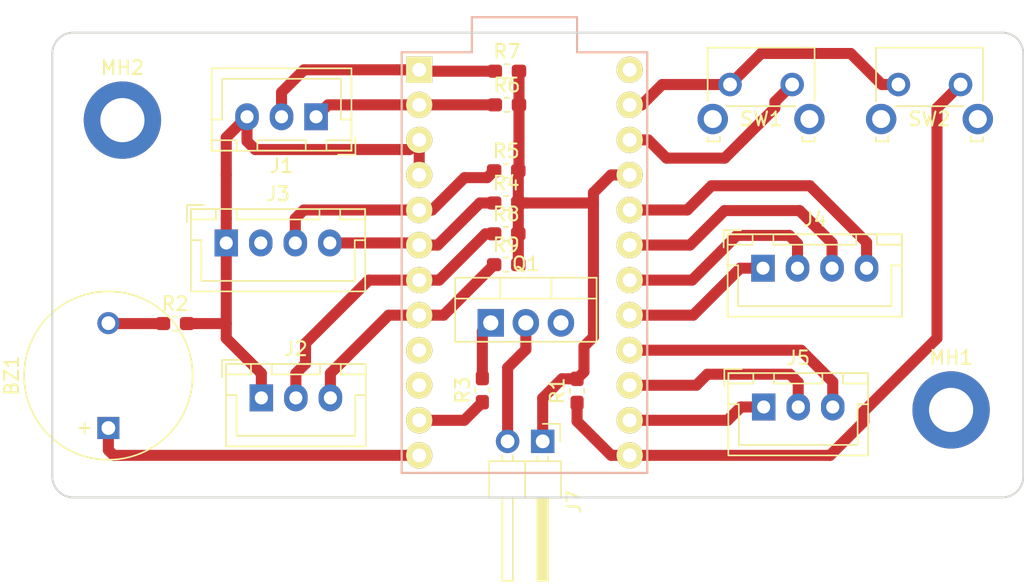
<source format=kicad_pcb>
(kicad_pcb (version 20171130) (host pcbnew "(5.0.0)")

  (general
    (thickness 1.6)
    (drawings 8)
    (tracks 141)
    (zones 0)
    (modules 22)
    (nets 26)
  )

  (page A4)
  (layers
    (0 F.Cu signal)
    (31 B.Cu signal)
    (32 B.Adhes user)
    (33 F.Adhes user)
    (34 B.Paste user)
    (35 F.Paste user)
    (36 B.SilkS user)
    (37 F.SilkS user)
    (38 B.Mask user)
    (39 F.Mask user)
    (40 Dwgs.User user)
    (41 Cmts.User user)
    (42 Eco1.User user)
    (43 Eco2.User user)
    (44 Edge.Cuts user)
    (45 Margin user)
    (46 B.CrtYd user)
    (47 F.CrtYd user)
    (48 B.Fab user)
    (49 F.Fab user)
  )

  (setup
    (last_trace_width 0.8)
    (trace_clearance 1)
    (zone_clearance 0.508)
    (zone_45_only no)
    (trace_min 0.2)
    (segment_width 0.2)
    (edge_width 0.15)
    (via_size 1.9)
    (via_drill 1)
    (via_min_size 0.4)
    (via_min_drill 0.3)
    (uvia_size 0.3)
    (uvia_drill 0.1)
    (uvias_allowed no)
    (uvia_min_size 0.2)
    (uvia_min_drill 0.1)
    (pcb_text_width 0.3)
    (pcb_text_size 1.5 1.5)
    (mod_edge_width 0.15)
    (mod_text_size 1 1)
    (mod_text_width 0.15)
    (pad_size 1.524 1.524)
    (pad_drill 0.762)
    (pad_to_mask_clearance 0.2)
    (aux_axis_origin 0 0)
    (visible_elements 7FFFFFFF)
    (pcbplotparams
      (layerselection 0x00080_7ffffffe)
      (usegerberextensions false)
      (usegerberattributes false)
      (usegerberadvancedattributes false)
      (creategerberjobfile false)
      (excludeedgelayer false)
      (linewidth 0.100000)
      (plotframeref false)
      (viasonmask false)
      (mode 1)
      (useauxorigin false)
      (hpglpennumber 1)
      (hpglpenspeed 20)
      (hpglpendiameter 15.000000)
      (psnegative true)
      (psa4output false)
      (plotreference false)
      (plotvalue false)
      (plotinvisibletext false)
      (padsonsilk false)
      (subtractmaskfromsilk false)
      (outputformat 4)
      (mirror false)
      (drillshape 2)
      (scaleselection 1)
      (outputdirectory "./"))
  )

  (net 0 "")
  (net 1 +5V)
  (net 2 D1)
  (net 3 D0)
  (net 4 D5)
  (net 5 D4)
  (net 6 GND)
  (net 7 SCL)
  (net 8 SDA)
  (net 9 A3)
  (net 10 A2)
  (net 11 A1)
  (net 12 A0)
  (net 13 D16)
  (net 14 D14)
  (net 15 D15)
  (net 16 RST)
  (net 17 "Net-(U1-Pad9)")
  (net 18 "Net-(U1-Pad10)")
  (net 19 "Net-(U1-Pad24)")
  (net 20 D9)
  (net 21 D10)
  (net 22 "Net-(BZ1-Pad2)")
  (net 23 D8)
  (net 24 "Net-(Q1-Pad1)")
  (net 25 MOSFET)

  (net_class Default "This is the default net class."
    (clearance 1)
    (trace_width 0.8)
    (via_dia 1.9)
    (via_drill 1)
    (uvia_dia 0.3)
    (uvia_drill 0.1)
    (add_net +5V)
    (add_net A0)
    (add_net A1)
    (add_net A2)
    (add_net A3)
    (add_net D0)
    (add_net D1)
    (add_net D10)
    (add_net D14)
    (add_net D15)
    (add_net D16)
    (add_net D4)
    (add_net D5)
    (add_net D8)
    (add_net D9)
    (add_net GND)
    (add_net MOSFET)
    (add_net "Net-(BZ1-Pad2)")
    (add_net "Net-(Q1-Pad1)")
    (add_net "Net-(U1-Pad10)")
    (add_net "Net-(U1-Pad24)")
    (add_net "Net-(U1-Pad9)")
    (add_net RST)
    (add_net SCL)
    (add_net SDA)
  )

  (module Button_Switch_THT:SW_Tactile_SKHH_Angled (layer F.Cu) (tedit 5A02FE31) (tstamp 60AA7B32)
    (at 151.9936 77.4192)
    (descr "tactile switch 6mm ALPS SKHH right angle http://www.alps.com/prod/info/E/HTML/Tact/SnapIn/SKHH/SKHHLUA010.html")
    (tags "tactile switch 6mm ALPS SKHH right angle")
    (path /609D8350)
    (fp_text reference SW1 (at 2.25 2.5) (layer F.SilkS)
      (effects (font (size 1 1) (thickness 0.15)))
    )
    (fp_text value RESET (at 2.25 5.09) (layer F.Fab)
      (effects (font (size 1 1) (thickness 0.15)))
    )
    (fp_line (start 5.23 4.12) (end 5.23 3.77) (layer F.SilkS) (width 0.12))
    (fp_line (start 6.12 4.12) (end 5.23 4.12) (layer F.SilkS) (width 0.12))
    (fp_line (start 6.12 3.82) (end 6.12 4.12) (layer F.SilkS) (width 0.12))
    (fp_text user %R (at 2.25 -1.5) (layer F.Fab)
      (effects (font (size 1 1) (thickness 0.15)))
    )
    (fp_line (start 0.2 4.25) (end -2.6 4.25) (layer F.CrtYd) (width 0.05))
    (fp_line (start -2.6 4.25) (end -2.6 1.15) (layer F.CrtYd) (width 0.05))
    (fp_line (start -2.6 1.15) (end -1.75 1.15) (layer F.CrtYd) (width 0.05))
    (fp_line (start -1.75 1.15) (end -1.75 -2.8) (layer F.CrtYd) (width 0.05))
    (fp_line (start 4.4 4.25) (end 7.1 4.25) (layer F.CrtYd) (width 0.05))
    (fp_line (start 7.1 4.25) (end 7.1 1.1) (layer F.CrtYd) (width 0.05))
    (fp_line (start 7.1 1.1) (end 6.25 1.1) (layer F.CrtYd) (width 0.05))
    (fp_line (start 6.25 1.1) (end 6.25 -2.8) (layer F.CrtYd) (width 0.05))
    (fp_line (start 0.1 1.7) (end 4.4 1.7) (layer F.CrtYd) (width 0.05))
    (fp_line (start 6.25 -2.8) (end 4.15 -2.8) (layer F.CrtYd) (width 0.05))
    (fp_line (start 4.15 -2.8) (end 4.15 -6.1) (layer F.CrtYd) (width 0.05))
    (fp_line (start 4.15 -6.1) (end 0.35 -6.1) (layer F.CrtYd) (width 0.05))
    (fp_line (start 0.35 -6.1) (end 0.35 -2.8) (layer F.CrtYd) (width 0.05))
    (fp_line (start 0.35 -2.8) (end -1.75 -2.8) (layer F.CrtYd) (width 0.05))
    (fp_line (start 0.1 4.3) (end 0.1 1.7) (layer F.CrtYd) (width 0.05))
    (fp_line (start 4.4 1.7) (end 4.4 4.25) (layer F.CrtYd) (width 0.05))
    (fp_line (start 0.6 -5.85) (end 3.9 -5.85) (layer F.Fab) (width 0.1))
    (fp_line (start 6 -2.55) (end 6 4) (layer F.Fab) (width 0.1))
    (fp_line (start 6 4) (end 5.35 4) (layer F.Fab) (width 0.1))
    (fp_line (start -0.85 4) (end -1.5 4) (layer F.Fab) (width 0.1))
    (fp_line (start -1.5 4) (end -1.5 -2.55) (layer F.Fab) (width 0.1))
    (fp_line (start 5.35 1.45) (end -0.85 1.45) (layer F.Fab) (width 0.1))
    (fp_line (start 5.35 1.45) (end 5.35 4) (layer F.Fab) (width 0.1))
    (fp_line (start -0.85 1.45) (end -0.85 4) (layer F.Fab) (width 0.1))
    (fp_line (start 6 -2.55) (end -1.5 -2.55) (layer F.Fab) (width 0.1))
    (fp_line (start 0.6 -2.55) (end 0.6 -5.85) (layer F.Fab) (width 0.1))
    (fp_line (start 3.9 -2.55) (end 3.9 -5.85) (layer F.Fab) (width 0.1))
    (fp_line (start 6.12 1.18) (end 6.12 -2.67) (layer F.SilkS) (width 0.12))
    (fp_line (start 6.12 -2.67) (end -1.62 -2.67) (layer F.SilkS) (width 0.12))
    (fp_line (start -1.62 -2.67) (end -1.62 1.18) (layer F.SilkS) (width 0.12))
    (fp_line (start -0.24 1.57) (end 4.74 1.57) (layer F.SilkS) (width 0.12))
    (fp_circle (center 0 0) (end -0.4445 0) (layer F.Mask) (width 0))
    (fp_circle (center 4.5 0) (end 4.0555 0) (layer F.Mask) (width 0))
    (fp_circle (center 5.75 2.5) (end 5.115 2.5) (layer F.Mask) (width 0))
    (fp_circle (center -1.25 2.5) (end -1.885 2.5) (layer F.Mask) (width 0))
    (fp_circle (center 5.75 2.5) (end 4.607 2.5) (layer B.Mask) (width 0))
    (fp_circle (center 0 0) (end -0.889 0) (layer B.Mask) (width 0))
    (fp_circle (center 4.5 0) (end 3.611 0) (layer B.Mask) (width 0))
    (fp_circle (center -1.25 2.5) (end -2.393 2.5) (layer B.Mask) (width 0))
    (fp_line (start -0.73 4.12) (end -1.62 4.12) (layer F.SilkS) (width 0.12))
    (fp_line (start -0.73 4.12) (end -0.73 3.77) (layer F.SilkS) (width 0.12))
    (fp_line (start -1.62 3.82) (end -1.62 4.12) (layer F.SilkS) (width 0.12))
    (pad "" thru_hole circle (at 5.75 2.5 180) (size 2.2 2.2) (drill 1.3) (layers *.Cu *.Mask))
    (pad "" thru_hole circle (at -1.25 2.5 180) (size 2.2 2.2) (drill 1.3) (layers *.Cu *.Mask))
    (pad 2 thru_hole circle (at 4.5 0 180) (size 1.7 1.7) (drill 1) (layers *.Cu *.Mask)
      (net 16 RST))
    (pad 1 thru_hole circle (at 0 0 180) (size 1.7 1.7) (drill 1) (layers *.Cu *.Mask)
      (net 6 GND))
    (model ${KISYS3DMOD}/Button_Switch_THT.3dshapes/SW_Tactile_SKHH_Angled.wrl
      (at (xyz 0 0 0))
      (scale (xyz 1 1 1))
      (rotate (xyz 0 0 0))
    )
  )

  (module Connector_PinHeader_2.54mm:PinHeader_1x02_P2.54mm_Horizontal (layer F.Cu) (tedit 59FED5CB) (tstamp 60ABC789)
    (at 138.43 103.2764 270)
    (descr "Through hole angled pin header, 1x02, 2.54mm pitch, 6mm pin length, single row")
    (tags "Through hole angled pin header THT 1x02 2.54mm single row")
    (path /60ACC1F9)
    (fp_text reference J7 (at 4.385 -2.27 270) (layer F.SilkS)
      (effects (font (size 1 1) (thickness 0.15)))
    )
    (fp_text value Backlight (at 4.385 4.81 270) (layer F.Fab)
      (effects (font (size 1 1) (thickness 0.15)))
    )
    (fp_line (start 2.135 -1.27) (end 4.04 -1.27) (layer F.Fab) (width 0.1))
    (fp_line (start 4.04 -1.27) (end 4.04 3.81) (layer F.Fab) (width 0.1))
    (fp_line (start 4.04 3.81) (end 1.5 3.81) (layer F.Fab) (width 0.1))
    (fp_line (start 1.5 3.81) (end 1.5 -0.635) (layer F.Fab) (width 0.1))
    (fp_line (start 1.5 -0.635) (end 2.135 -1.27) (layer F.Fab) (width 0.1))
    (fp_line (start -0.32 -0.32) (end 1.5 -0.32) (layer F.Fab) (width 0.1))
    (fp_line (start -0.32 -0.32) (end -0.32 0.32) (layer F.Fab) (width 0.1))
    (fp_line (start -0.32 0.32) (end 1.5 0.32) (layer F.Fab) (width 0.1))
    (fp_line (start 4.04 -0.32) (end 10.04 -0.32) (layer F.Fab) (width 0.1))
    (fp_line (start 10.04 -0.32) (end 10.04 0.32) (layer F.Fab) (width 0.1))
    (fp_line (start 4.04 0.32) (end 10.04 0.32) (layer F.Fab) (width 0.1))
    (fp_line (start -0.32 2.22) (end 1.5 2.22) (layer F.Fab) (width 0.1))
    (fp_line (start -0.32 2.22) (end -0.32 2.86) (layer F.Fab) (width 0.1))
    (fp_line (start -0.32 2.86) (end 1.5 2.86) (layer F.Fab) (width 0.1))
    (fp_line (start 4.04 2.22) (end 10.04 2.22) (layer F.Fab) (width 0.1))
    (fp_line (start 10.04 2.22) (end 10.04 2.86) (layer F.Fab) (width 0.1))
    (fp_line (start 4.04 2.86) (end 10.04 2.86) (layer F.Fab) (width 0.1))
    (fp_line (start 1.44 -1.33) (end 1.44 3.87) (layer F.SilkS) (width 0.12))
    (fp_line (start 1.44 3.87) (end 4.1 3.87) (layer F.SilkS) (width 0.12))
    (fp_line (start 4.1 3.87) (end 4.1 -1.33) (layer F.SilkS) (width 0.12))
    (fp_line (start 4.1 -1.33) (end 1.44 -1.33) (layer F.SilkS) (width 0.12))
    (fp_line (start 4.1 -0.38) (end 10.1 -0.38) (layer F.SilkS) (width 0.12))
    (fp_line (start 10.1 -0.38) (end 10.1 0.38) (layer F.SilkS) (width 0.12))
    (fp_line (start 10.1 0.38) (end 4.1 0.38) (layer F.SilkS) (width 0.12))
    (fp_line (start 4.1 -0.32) (end 10.1 -0.32) (layer F.SilkS) (width 0.12))
    (fp_line (start 4.1 -0.2) (end 10.1 -0.2) (layer F.SilkS) (width 0.12))
    (fp_line (start 4.1 -0.08) (end 10.1 -0.08) (layer F.SilkS) (width 0.12))
    (fp_line (start 4.1 0.04) (end 10.1 0.04) (layer F.SilkS) (width 0.12))
    (fp_line (start 4.1 0.16) (end 10.1 0.16) (layer F.SilkS) (width 0.12))
    (fp_line (start 4.1 0.28) (end 10.1 0.28) (layer F.SilkS) (width 0.12))
    (fp_line (start 1.11 -0.38) (end 1.44 -0.38) (layer F.SilkS) (width 0.12))
    (fp_line (start 1.11 0.38) (end 1.44 0.38) (layer F.SilkS) (width 0.12))
    (fp_line (start 1.44 1.27) (end 4.1 1.27) (layer F.SilkS) (width 0.12))
    (fp_line (start 4.1 2.16) (end 10.1 2.16) (layer F.SilkS) (width 0.12))
    (fp_line (start 10.1 2.16) (end 10.1 2.92) (layer F.SilkS) (width 0.12))
    (fp_line (start 10.1 2.92) (end 4.1 2.92) (layer F.SilkS) (width 0.12))
    (fp_line (start 1.042929 2.16) (end 1.44 2.16) (layer F.SilkS) (width 0.12))
    (fp_line (start 1.042929 2.92) (end 1.44 2.92) (layer F.SilkS) (width 0.12))
    (fp_line (start -1.27 0) (end -1.27 -1.27) (layer F.SilkS) (width 0.12))
    (fp_line (start -1.27 -1.27) (end 0 -1.27) (layer F.SilkS) (width 0.12))
    (fp_line (start -1.8 -1.8) (end -1.8 4.35) (layer F.CrtYd) (width 0.05))
    (fp_line (start -1.8 4.35) (end 10.55 4.35) (layer F.CrtYd) (width 0.05))
    (fp_line (start 10.55 4.35) (end 10.55 -1.8) (layer F.CrtYd) (width 0.05))
    (fp_line (start 10.55 -1.8) (end -1.8 -1.8) (layer F.CrtYd) (width 0.05))
    (fp_text user %R (at 2.77 1.27) (layer F.Fab)
      (effects (font (size 1 1) (thickness 0.15)))
    )
    (pad 1 thru_hole rect (at 0 0 270) (size 1.7 1.7) (drill 1) (layers *.Cu *.Mask)
      (net 1 +5V))
    (pad 2 thru_hole oval (at 0 2.54 270) (size 1.7 1.7) (drill 1) (layers *.Cu *.Mask)
      (net 25 MOSFET))
    (model ${KISYS3DMOD}/Connector_PinHeader_2.54mm.3dshapes/PinHeader_1x02_P2.54mm_Horizontal.wrl
      (at (xyz 0 0 0))
      (scale (xyz 1 1 1))
      (rotate (xyz 0 0 0))
    )
  )

  (module Resistor_SMD:R_0603_1608Metric_Pad1.05x0.95mm_HandSolder (layer F.Cu) (tedit 5B301BBD) (tstamp 60AA3725)
    (at 135.7884 88.2396)
    (descr "Resistor SMD 0603 (1608 Metric), square (rectangular) end terminal, IPC_7351 nominal with elongated pad for handsoldering. (Body size source: http://www.tortai-tech.com/upload/download/2011102023233369053.pdf), generated with kicad-footprint-generator")
    (tags "resistor handsolder")
    (path /60ABCF42)
    (attr smd)
    (fp_text reference R8 (at 0 -1.43) (layer F.SilkS)
      (effects (font (size 1 1) (thickness 0.15)))
    )
    (fp_text value 10k (at 0 1.43) (layer F.Fab)
      (effects (font (size 1 1) (thickness 0.15)))
    )
    (fp_text user %R (at 0 0) (layer F.Fab)
      (effects (font (size 0.4 0.4) (thickness 0.06)))
    )
    (fp_line (start 1.65 0.73) (end -1.65 0.73) (layer F.CrtYd) (width 0.05))
    (fp_line (start 1.65 -0.73) (end 1.65 0.73) (layer F.CrtYd) (width 0.05))
    (fp_line (start -1.65 -0.73) (end 1.65 -0.73) (layer F.CrtYd) (width 0.05))
    (fp_line (start -1.65 0.73) (end -1.65 -0.73) (layer F.CrtYd) (width 0.05))
    (fp_line (start -0.171267 0.51) (end 0.171267 0.51) (layer F.SilkS) (width 0.12))
    (fp_line (start -0.171267 -0.51) (end 0.171267 -0.51) (layer F.SilkS) (width 0.12))
    (fp_line (start 0.8 0.4) (end -0.8 0.4) (layer F.Fab) (width 0.1))
    (fp_line (start 0.8 -0.4) (end 0.8 0.4) (layer F.Fab) (width 0.1))
    (fp_line (start -0.8 -0.4) (end 0.8 -0.4) (layer F.Fab) (width 0.1))
    (fp_line (start -0.8 0.4) (end -0.8 -0.4) (layer F.Fab) (width 0.1))
    (pad 2 smd roundrect (at 0.875 0) (size 1.05 0.95) (layers F.Cu F.Paste F.Mask) (roundrect_rratio 0.25)
      (net 1 +5V))
    (pad 1 smd roundrect (at -0.875 0) (size 1.05 0.95) (layers F.Cu F.Paste F.Mask) (roundrect_rratio 0.25)
      (net 5 D4))
    (model ${KISYS3DMOD}/Resistor_SMD.3dshapes/R_0603_1608Metric.wrl
      (at (xyz 0 0 0))
      (scale (xyz 1 1 1))
      (rotate (xyz 0 0 0))
    )
  )

  (module Resistor_SMD:R_0603_1608Metric_Pad1.05x0.95mm_HandSolder (layer F.Cu) (tedit 5B301BBD) (tstamp 60AA3714)
    (at 135.7884 90.4748)
    (descr "Resistor SMD 0603 (1608 Metric), square (rectangular) end terminal, IPC_7351 nominal with elongated pad for handsoldering. (Body size source: http://www.tortai-tech.com/upload/download/2011102023233369053.pdf), generated with kicad-footprint-generator")
    (tags "resistor handsolder")
    (path /60ABCE74)
    (attr smd)
    (fp_text reference R9 (at 0 -1.43) (layer F.SilkS)
      (effects (font (size 1 1) (thickness 0.15)))
    )
    (fp_text value 10k (at 0 1.43) (layer F.Fab)
      (effects (font (size 1 1) (thickness 0.15)))
    )
    (fp_line (start -0.8 0.4) (end -0.8 -0.4) (layer F.Fab) (width 0.1))
    (fp_line (start -0.8 -0.4) (end 0.8 -0.4) (layer F.Fab) (width 0.1))
    (fp_line (start 0.8 -0.4) (end 0.8 0.4) (layer F.Fab) (width 0.1))
    (fp_line (start 0.8 0.4) (end -0.8 0.4) (layer F.Fab) (width 0.1))
    (fp_line (start -0.171267 -0.51) (end 0.171267 -0.51) (layer F.SilkS) (width 0.12))
    (fp_line (start -0.171267 0.51) (end 0.171267 0.51) (layer F.SilkS) (width 0.12))
    (fp_line (start -1.65 0.73) (end -1.65 -0.73) (layer F.CrtYd) (width 0.05))
    (fp_line (start -1.65 -0.73) (end 1.65 -0.73) (layer F.CrtYd) (width 0.05))
    (fp_line (start 1.65 -0.73) (end 1.65 0.73) (layer F.CrtYd) (width 0.05))
    (fp_line (start 1.65 0.73) (end -1.65 0.73) (layer F.CrtYd) (width 0.05))
    (fp_text user %R (at 0 0) (layer F.Fab)
      (effects (font (size 0.4 0.4) (thickness 0.06)))
    )
    (pad 1 smd roundrect (at -0.875 0) (size 1.05 0.95) (layers F.Cu F.Paste F.Mask) (roundrect_rratio 0.25)
      (net 4 D5))
    (pad 2 smd roundrect (at 0.875 0) (size 1.05 0.95) (layers F.Cu F.Paste F.Mask) (roundrect_rratio 0.25)
      (net 1 +5V))
    (model ${KISYS3DMOD}/Resistor_SMD.3dshapes/R_0603_1608Metric.wrl
      (at (xyz 0 0 0))
      (scale (xyz 1 1 1))
      (rotate (xyz 0 0 0))
    )
  )

  (module Resistor_SMD:R_0603_1608Metric_Pad1.05x0.95mm_HandSolder (layer F.Cu) (tedit 5B301BBD) (tstamp 60AA3703)
    (at 135.8392 78.8924)
    (descr "Resistor SMD 0603 (1608 Metric), square (rectangular) end terminal, IPC_7351 nominal with elongated pad for handsoldering. (Body size source: http://www.tortai-tech.com/upload/download/2011102023233369053.pdf), generated with kicad-footprint-generator")
    (tags "resistor handsolder")
    (path /60AB3124)
    (attr smd)
    (fp_text reference R6 (at 0 -1.43) (layer F.SilkS)
      (effects (font (size 1 1) (thickness 0.15)))
    )
    (fp_text value 10k (at 0 1.43) (layer F.Fab)
      (effects (font (size 1 1) (thickness 0.15)))
    )
    (fp_text user %R (at 0 0) (layer F.Fab)
      (effects (font (size 0.4 0.4) (thickness 0.06)))
    )
    (fp_line (start 1.65 0.73) (end -1.65 0.73) (layer F.CrtYd) (width 0.05))
    (fp_line (start 1.65 -0.73) (end 1.65 0.73) (layer F.CrtYd) (width 0.05))
    (fp_line (start -1.65 -0.73) (end 1.65 -0.73) (layer F.CrtYd) (width 0.05))
    (fp_line (start -1.65 0.73) (end -1.65 -0.73) (layer F.CrtYd) (width 0.05))
    (fp_line (start -0.171267 0.51) (end 0.171267 0.51) (layer F.SilkS) (width 0.12))
    (fp_line (start -0.171267 -0.51) (end 0.171267 -0.51) (layer F.SilkS) (width 0.12))
    (fp_line (start 0.8 0.4) (end -0.8 0.4) (layer F.Fab) (width 0.1))
    (fp_line (start 0.8 -0.4) (end 0.8 0.4) (layer F.Fab) (width 0.1))
    (fp_line (start -0.8 -0.4) (end 0.8 -0.4) (layer F.Fab) (width 0.1))
    (fp_line (start -0.8 0.4) (end -0.8 -0.4) (layer F.Fab) (width 0.1))
    (pad 2 smd roundrect (at 0.875 0) (size 1.05 0.95) (layers F.Cu F.Paste F.Mask) (roundrect_rratio 0.25)
      (net 1 +5V))
    (pad 1 smd roundrect (at -0.875 0) (size 1.05 0.95) (layers F.Cu F.Paste F.Mask) (roundrect_rratio 0.25)
      (net 3 D0))
    (model ${KISYS3DMOD}/Resistor_SMD.3dshapes/R_0603_1608Metric.wrl
      (at (xyz 0 0 0))
      (scale (xyz 1 1 1))
      (rotate (xyz 0 0 0))
    )
  )

  (module Resistor_SMD:R_0603_1608Metric_Pad1.05x0.95mm_HandSolder (layer F.Cu) (tedit 5B301BBD) (tstamp 60AA42E9)
    (at 135.8392 76.454)
    (descr "Resistor SMD 0603 (1608 Metric), square (rectangular) end terminal, IPC_7351 nominal with elongated pad for handsoldering. (Body size source: http://www.tortai-tech.com/upload/download/2011102023233369053.pdf), generated with kicad-footprint-generator")
    (tags "resistor handsolder")
    (path /60AB3354)
    (attr smd)
    (fp_text reference R7 (at 0 -1.43) (layer F.SilkS)
      (effects (font (size 1 1) (thickness 0.15)))
    )
    (fp_text value 10k (at 0 1.43) (layer F.Fab)
      (effects (font (size 1 1) (thickness 0.15)))
    )
    (fp_line (start -0.8 0.4) (end -0.8 -0.4) (layer F.Fab) (width 0.1))
    (fp_line (start -0.8 -0.4) (end 0.8 -0.4) (layer F.Fab) (width 0.1))
    (fp_line (start 0.8 -0.4) (end 0.8 0.4) (layer F.Fab) (width 0.1))
    (fp_line (start 0.8 0.4) (end -0.8 0.4) (layer F.Fab) (width 0.1))
    (fp_line (start -0.171267 -0.51) (end 0.171267 -0.51) (layer F.SilkS) (width 0.12))
    (fp_line (start -0.171267 0.51) (end 0.171267 0.51) (layer F.SilkS) (width 0.12))
    (fp_line (start -1.65 0.73) (end -1.65 -0.73) (layer F.CrtYd) (width 0.05))
    (fp_line (start -1.65 -0.73) (end 1.65 -0.73) (layer F.CrtYd) (width 0.05))
    (fp_line (start 1.65 -0.73) (end 1.65 0.73) (layer F.CrtYd) (width 0.05))
    (fp_line (start 1.65 0.73) (end -1.65 0.73) (layer F.CrtYd) (width 0.05))
    (fp_text user %R (at 0 0) (layer F.Fab)
      (effects (font (size 0.4 0.4) (thickness 0.06)))
    )
    (pad 1 smd roundrect (at -0.875 0) (size 1.05 0.95) (layers F.Cu F.Paste F.Mask) (roundrect_rratio 0.25)
      (net 2 D1))
    (pad 2 smd roundrect (at 0.875 0) (size 1.05 0.95) (layers F.Cu F.Paste F.Mask) (roundrect_rratio 0.25)
      (net 1 +5V))
    (model ${KISYS3DMOD}/Resistor_SMD.3dshapes/R_0603_1608Metric.wrl
      (at (xyz 0 0 0))
      (scale (xyz 1 1 1))
      (rotate (xyz 0 0 0))
    )
  )

  (module Resistor_SMD:R_0603_1608Metric_Pad1.05x0.95mm_HandSolder (layer F.Cu) (tedit 5B301BBD) (tstamp 60AA1A72)
    (at 135.7884 86.0044)
    (descr "Resistor SMD 0603 (1608 Metric), square (rectangular) end terminal, IPC_7351 nominal with elongated pad for handsoldering. (Body size source: http://www.tortai-tech.com/upload/download/2011102023233369053.pdf), generated with kicad-footprint-generator")
    (tags "resistor handsolder")
    (path /60AA5993)
    (attr smd)
    (fp_text reference R4 (at 0 -1.43) (layer F.SilkS)
      (effects (font (size 1 1) (thickness 0.15)))
    )
    (fp_text value 10k (at 0 1.43) (layer F.Fab)
      (effects (font (size 1 1) (thickness 0.15)))
    )
    (fp_text user %R (at 0 0) (layer F.Fab)
      (effects (font (size 0.4 0.4) (thickness 0.06)))
    )
    (fp_line (start 1.65 0.73) (end -1.65 0.73) (layer F.CrtYd) (width 0.05))
    (fp_line (start 1.65 -0.73) (end 1.65 0.73) (layer F.CrtYd) (width 0.05))
    (fp_line (start -1.65 -0.73) (end 1.65 -0.73) (layer F.CrtYd) (width 0.05))
    (fp_line (start -1.65 0.73) (end -1.65 -0.73) (layer F.CrtYd) (width 0.05))
    (fp_line (start -0.171267 0.51) (end 0.171267 0.51) (layer F.SilkS) (width 0.12))
    (fp_line (start -0.171267 -0.51) (end 0.171267 -0.51) (layer F.SilkS) (width 0.12))
    (fp_line (start 0.8 0.4) (end -0.8 0.4) (layer F.Fab) (width 0.1))
    (fp_line (start 0.8 -0.4) (end 0.8 0.4) (layer F.Fab) (width 0.1))
    (fp_line (start -0.8 -0.4) (end 0.8 -0.4) (layer F.Fab) (width 0.1))
    (fp_line (start -0.8 0.4) (end -0.8 -0.4) (layer F.Fab) (width 0.1))
    (pad 2 smd roundrect (at 0.875 0) (size 1.05 0.95) (layers F.Cu F.Paste F.Mask) (roundrect_rratio 0.25)
      (net 1 +5V))
    (pad 1 smd roundrect (at -0.875 0) (size 1.05 0.95) (layers F.Cu F.Paste F.Mask) (roundrect_rratio 0.25)
      (net 8 SDA))
    (model ${KISYS3DMOD}/Resistor_SMD.3dshapes/R_0603_1608Metric.wrl
      (at (xyz 0 0 0))
      (scale (xyz 1 1 1))
      (rotate (xyz 0 0 0))
    )
  )

  (module Resistor_SMD:R_0603_1608Metric_Pad1.05x0.95mm_HandSolder (layer F.Cu) (tedit 5B301BBD) (tstamp 60AA2A3E)
    (at 135.7884 83.6676)
    (descr "Resistor SMD 0603 (1608 Metric), square (rectangular) end terminal, IPC_7351 nominal with elongated pad for handsoldering. (Body size source: http://www.tortai-tech.com/upload/download/2011102023233369053.pdf), generated with kicad-footprint-generator")
    (tags "resistor handsolder")
    (path /60AA5B1E)
    (attr smd)
    (fp_text reference R5 (at 0 -1.43) (layer F.SilkS)
      (effects (font (size 1 1) (thickness 0.15)))
    )
    (fp_text value 10k (at 0 1.43) (layer F.Fab)
      (effects (font (size 1 1) (thickness 0.15)))
    )
    (fp_line (start -0.8 0.4) (end -0.8 -0.4) (layer F.Fab) (width 0.1))
    (fp_line (start -0.8 -0.4) (end 0.8 -0.4) (layer F.Fab) (width 0.1))
    (fp_line (start 0.8 -0.4) (end 0.8 0.4) (layer F.Fab) (width 0.1))
    (fp_line (start 0.8 0.4) (end -0.8 0.4) (layer F.Fab) (width 0.1))
    (fp_line (start -0.171267 -0.51) (end 0.171267 -0.51) (layer F.SilkS) (width 0.12))
    (fp_line (start -0.171267 0.51) (end 0.171267 0.51) (layer F.SilkS) (width 0.12))
    (fp_line (start -1.65 0.73) (end -1.65 -0.73) (layer F.CrtYd) (width 0.05))
    (fp_line (start -1.65 -0.73) (end 1.65 -0.73) (layer F.CrtYd) (width 0.05))
    (fp_line (start 1.65 -0.73) (end 1.65 0.73) (layer F.CrtYd) (width 0.05))
    (fp_line (start 1.65 0.73) (end -1.65 0.73) (layer F.CrtYd) (width 0.05))
    (fp_text user %R (at 0 0) (layer F.Fab)
      (effects (font (size 0.4 0.4) (thickness 0.06)))
    )
    (pad 1 smd roundrect (at -0.875 0) (size 1.05 0.95) (layers F.Cu F.Paste F.Mask) (roundrect_rratio 0.25)
      (net 7 SCL))
    (pad 2 smd roundrect (at 0.875 0) (size 1.05 0.95) (layers F.Cu F.Paste F.Mask) (roundrect_rratio 0.25)
      (net 1 +5V))
    (model ${KISYS3DMOD}/Resistor_SMD.3dshapes/R_0603_1608Metric.wrl
      (at (xyz 0 0 0))
      (scale (xyz 1 1 1))
      (rotate (xyz 0 0 0))
    )
  )

  (module Package_TO_SOT_THT:TO-220-3_Vertical (layer F.Cu) (tedit 5AC8BA0D) (tstamp 60A7BAE5)
    (at 134.6708 94.6912)
    (descr "TO-220-3, Vertical, RM 2.54mm, see https://www.vishay.com/docs/66542/to-220-1.pdf")
    (tags "TO-220-3 Vertical RM 2.54mm")
    (path /60A7BA93)
    (fp_text reference Q1 (at 2.54 -4.27) (layer F.SilkS)
      (effects (font (size 1 1) (thickness 0.15)))
    )
    (fp_text value IRF540N (at 2.54 2.5) (layer F.Fab)
      (effects (font (size 1 1) (thickness 0.15)))
    )
    (fp_line (start -2.46 -3.15) (end -2.46 1.25) (layer F.Fab) (width 0.1))
    (fp_line (start -2.46 1.25) (end 7.54 1.25) (layer F.Fab) (width 0.1))
    (fp_line (start 7.54 1.25) (end 7.54 -3.15) (layer F.Fab) (width 0.1))
    (fp_line (start 7.54 -3.15) (end -2.46 -3.15) (layer F.Fab) (width 0.1))
    (fp_line (start -2.46 -1.88) (end 7.54 -1.88) (layer F.Fab) (width 0.1))
    (fp_line (start 0.69 -3.15) (end 0.69 -1.88) (layer F.Fab) (width 0.1))
    (fp_line (start 4.39 -3.15) (end 4.39 -1.88) (layer F.Fab) (width 0.1))
    (fp_line (start -2.58 -3.27) (end 7.66 -3.27) (layer F.SilkS) (width 0.12))
    (fp_line (start -2.58 1.371) (end 7.66 1.371) (layer F.SilkS) (width 0.12))
    (fp_line (start -2.58 -3.27) (end -2.58 1.371) (layer F.SilkS) (width 0.12))
    (fp_line (start 7.66 -3.27) (end 7.66 1.371) (layer F.SilkS) (width 0.12))
    (fp_line (start -2.58 -1.76) (end 7.66 -1.76) (layer F.SilkS) (width 0.12))
    (fp_line (start 0.69 -3.27) (end 0.69 -1.76) (layer F.SilkS) (width 0.12))
    (fp_line (start 4.391 -3.27) (end 4.391 -1.76) (layer F.SilkS) (width 0.12))
    (fp_line (start -2.71 -3.4) (end -2.71 1.51) (layer F.CrtYd) (width 0.05))
    (fp_line (start -2.71 1.51) (end 7.79 1.51) (layer F.CrtYd) (width 0.05))
    (fp_line (start 7.79 1.51) (end 7.79 -3.4) (layer F.CrtYd) (width 0.05))
    (fp_line (start 7.79 -3.4) (end -2.71 -3.4) (layer F.CrtYd) (width 0.05))
    (fp_text user %R (at 2.54 -4.27) (layer F.Fab)
      (effects (font (size 1 1) (thickness 0.15)))
    )
    (pad 1 thru_hole rect (at 0 0) (size 1.905 2) (drill 1.1) (layers *.Cu *.Mask)
      (net 24 "Net-(Q1-Pad1)"))
    (pad 2 thru_hole oval (at 2.54 0) (size 1.905 2) (drill 1.1) (layers *.Cu *.Mask)
      (net 25 MOSFET))
    (pad 3 thru_hole oval (at 5.08 0) (size 1.905 2) (drill 1.1) (layers *.Cu *.Mask)
      (net 6 GND))
    (model ${KISYS3DMOD}/Package_TO_SOT_THT.3dshapes/TO-220-3_Vertical.wrl
      (at (xyz 0 0 0))
      (scale (xyz 1 1 1))
      (rotate (xyz 0 0 0))
    )
  )

  (module Resistor_SMD:R_0603_1608Metric_Pad1.05x0.95mm_HandSolder (layer F.Cu) (tedit 5B301BBD) (tstamp 60A7BACB)
    (at 134.0612 99.568 90)
    (descr "Resistor SMD 0603 (1608 Metric), square (rectangular) end terminal, IPC_7351 nominal with elongated pad for handsoldering. (Body size source: http://www.tortai-tech.com/upload/download/2011102023233369053.pdf), generated with kicad-footprint-generator")
    (tags "resistor handsolder")
    (path /60A7BC0E)
    (attr smd)
    (fp_text reference R3 (at 0 -1.43 90) (layer F.SilkS)
      (effects (font (size 1 1) (thickness 0.15)))
    )
    (fp_text value 1k (at 0 1.43 90) (layer F.Fab)
      (effects (font (size 1 1) (thickness 0.15)))
    )
    (fp_line (start -0.8 0.4) (end -0.8 -0.4) (layer F.Fab) (width 0.1))
    (fp_line (start -0.8 -0.4) (end 0.8 -0.4) (layer F.Fab) (width 0.1))
    (fp_line (start 0.8 -0.4) (end 0.8 0.4) (layer F.Fab) (width 0.1))
    (fp_line (start 0.8 0.4) (end -0.8 0.4) (layer F.Fab) (width 0.1))
    (fp_line (start -0.171267 -0.51) (end 0.171267 -0.51) (layer F.SilkS) (width 0.12))
    (fp_line (start -0.171267 0.51) (end 0.171267 0.51) (layer F.SilkS) (width 0.12))
    (fp_line (start -1.65 0.73) (end -1.65 -0.73) (layer F.CrtYd) (width 0.05))
    (fp_line (start -1.65 -0.73) (end 1.65 -0.73) (layer F.CrtYd) (width 0.05))
    (fp_line (start 1.65 -0.73) (end 1.65 0.73) (layer F.CrtYd) (width 0.05))
    (fp_line (start 1.65 0.73) (end -1.65 0.73) (layer F.CrtYd) (width 0.05))
    (fp_text user %R (at 0 0 90) (layer F.Fab)
      (effects (font (size 0.4 0.4) (thickness 0.06)))
    )
    (pad 1 smd roundrect (at -0.875 0 90) (size 1.05 0.95) (layers F.Cu F.Paste F.Mask) (roundrect_rratio 0.25)
      (net 23 D8))
    (pad 2 smd roundrect (at 0.875 0 90) (size 1.05 0.95) (layers F.Cu F.Paste F.Mask) (roundrect_rratio 0.25)
      (net 24 "Net-(Q1-Pad1)"))
    (model ${KISYS3DMOD}/Resistor_SMD.3dshapes/R_0603_1608Metric.wrl
      (at (xyz 0 0 0))
      (scale (xyz 1 1 1))
      (rotate (xyz 0 0 0))
    )
  )

  (module Resistor_SMD:R_0603_1608Metric_Pad1.05x0.95mm_HandSolder (layer F.Cu) (tedit 5B301BBD) (tstamp 60B32B88)
    (at 111.8108 94.742)
    (descr "Resistor SMD 0603 (1608 Metric), square (rectangular) end terminal, IPC_7351 nominal with elongated pad for handsoldering. (Body size source: http://www.tortai-tech.com/upload/download/2011102023233369053.pdf), generated with kicad-footprint-generator")
    (tags "resistor handsolder")
    (path /60A76C73)
    (attr smd)
    (fp_text reference R2 (at 0 -1.43) (layer F.SilkS)
      (effects (font (size 1 1) (thickness 0.15)))
    )
    (fp_text value 100R (at 0 1.43) (layer F.Fab)
      (effects (font (size 1 1) (thickness 0.15)))
    )
    (fp_line (start -0.8 0.4) (end -0.8 -0.4) (layer F.Fab) (width 0.1))
    (fp_line (start -0.8 -0.4) (end 0.8 -0.4) (layer F.Fab) (width 0.1))
    (fp_line (start 0.8 -0.4) (end 0.8 0.4) (layer F.Fab) (width 0.1))
    (fp_line (start 0.8 0.4) (end -0.8 0.4) (layer F.Fab) (width 0.1))
    (fp_line (start -0.171267 -0.51) (end 0.171267 -0.51) (layer F.SilkS) (width 0.12))
    (fp_line (start -0.171267 0.51) (end 0.171267 0.51) (layer F.SilkS) (width 0.12))
    (fp_line (start -1.65 0.73) (end -1.65 -0.73) (layer F.CrtYd) (width 0.05))
    (fp_line (start -1.65 -0.73) (end 1.65 -0.73) (layer F.CrtYd) (width 0.05))
    (fp_line (start 1.65 -0.73) (end 1.65 0.73) (layer F.CrtYd) (width 0.05))
    (fp_line (start 1.65 0.73) (end -1.65 0.73) (layer F.CrtYd) (width 0.05))
    (fp_text user %R (at 0 0) (layer F.Fab)
      (effects (font (size 0.4 0.4) (thickness 0.06)))
    )
    (pad 1 smd roundrect (at -0.875 0) (size 1.05 0.95) (layers F.Cu F.Paste F.Mask) (roundrect_rratio 0.25)
      (net 22 "Net-(BZ1-Pad2)"))
    (pad 2 smd roundrect (at 0.875 0) (size 1.05 0.95) (layers F.Cu F.Paste F.Mask) (roundrect_rratio 0.25)
      (net 6 GND))
    (model ${KISYS3DMOD}/Resistor_SMD.3dshapes/R_0603_1608Metric.wrl
      (at (xyz 0 0 0))
      (scale (xyz 1 1 1))
      (rotate (xyz 0 0 0))
    )
  )

  (module Button_Switch_THT:SW_Tactile_SKHH_Angled (layer F.Cu) (tedit 5A02FE31) (tstamp 60B31667)
    (at 164.1856 77.4192)
    (descr "tactile switch 6mm ALPS SKHH right angle http://www.alps.com/prod/info/E/HTML/Tact/SnapIn/SKHH/SKHHLUA010.html")
    (tags "tactile switch 6mm ALPS SKHH right angle")
    (path /60A6AD5A)
    (fp_text reference SW2 (at 2.25 2.5) (layer F.SilkS)
      (effects (font (size 1 1) (thickness 0.15)))
    )
    (fp_text value Layer (at 2.25 5.09) (layer F.Fab)
      (effects (font (size 1 1) (thickness 0.15)))
    )
    (fp_line (start 5.23 4.12) (end 5.23 3.77) (layer F.SilkS) (width 0.12))
    (fp_line (start 6.12 4.12) (end 5.23 4.12) (layer F.SilkS) (width 0.12))
    (fp_line (start 6.12 3.82) (end 6.12 4.12) (layer F.SilkS) (width 0.12))
    (fp_text user %R (at 2.25 -1.5) (layer F.Fab)
      (effects (font (size 1 1) (thickness 0.15)))
    )
    (fp_line (start 0.2 4.25) (end -2.6 4.25) (layer F.CrtYd) (width 0.05))
    (fp_line (start -2.6 4.25) (end -2.6 1.15) (layer F.CrtYd) (width 0.05))
    (fp_line (start -2.6 1.15) (end -1.75 1.15) (layer F.CrtYd) (width 0.05))
    (fp_line (start -1.75 1.15) (end -1.75 -2.8) (layer F.CrtYd) (width 0.05))
    (fp_line (start 4.4 4.25) (end 7.1 4.25) (layer F.CrtYd) (width 0.05))
    (fp_line (start 7.1 4.25) (end 7.1 1.1) (layer F.CrtYd) (width 0.05))
    (fp_line (start 7.1 1.1) (end 6.25 1.1) (layer F.CrtYd) (width 0.05))
    (fp_line (start 6.25 1.1) (end 6.25 -2.8) (layer F.CrtYd) (width 0.05))
    (fp_line (start 0.1 1.7) (end 4.4 1.7) (layer F.CrtYd) (width 0.05))
    (fp_line (start 6.25 -2.8) (end 4.15 -2.8) (layer F.CrtYd) (width 0.05))
    (fp_line (start 4.15 -2.8) (end 4.15 -6.1) (layer F.CrtYd) (width 0.05))
    (fp_line (start 4.15 -6.1) (end 0.35 -6.1) (layer F.CrtYd) (width 0.05))
    (fp_line (start 0.35 -6.1) (end 0.35 -2.8) (layer F.CrtYd) (width 0.05))
    (fp_line (start 0.35 -2.8) (end -1.75 -2.8) (layer F.CrtYd) (width 0.05))
    (fp_line (start 0.1 4.3) (end 0.1 1.7) (layer F.CrtYd) (width 0.05))
    (fp_line (start 4.4 1.7) (end 4.4 4.25) (layer F.CrtYd) (width 0.05))
    (fp_line (start 0.6 -5.85) (end 3.9 -5.85) (layer F.Fab) (width 0.1))
    (fp_line (start 6 -2.55) (end 6 4) (layer F.Fab) (width 0.1))
    (fp_line (start 6 4) (end 5.35 4) (layer F.Fab) (width 0.1))
    (fp_line (start -0.85 4) (end -1.5 4) (layer F.Fab) (width 0.1))
    (fp_line (start -1.5 4) (end -1.5 -2.55) (layer F.Fab) (width 0.1))
    (fp_line (start 5.35 1.45) (end -0.85 1.45) (layer F.Fab) (width 0.1))
    (fp_line (start 5.35 1.45) (end 5.35 4) (layer F.Fab) (width 0.1))
    (fp_line (start -0.85 1.45) (end -0.85 4) (layer F.Fab) (width 0.1))
    (fp_line (start 6 -2.55) (end -1.5 -2.55) (layer F.Fab) (width 0.1))
    (fp_line (start 0.6 -2.55) (end 0.6 -5.85) (layer F.Fab) (width 0.1))
    (fp_line (start 3.9 -2.55) (end 3.9 -5.85) (layer F.Fab) (width 0.1))
    (fp_line (start 6.12 1.18) (end 6.12 -2.67) (layer F.SilkS) (width 0.12))
    (fp_line (start 6.12 -2.67) (end -1.62 -2.67) (layer F.SilkS) (width 0.12))
    (fp_line (start -1.62 -2.67) (end -1.62 1.18) (layer F.SilkS) (width 0.12))
    (fp_line (start -0.24 1.57) (end 4.74 1.57) (layer F.SilkS) (width 0.12))
    (fp_circle (center 0 0) (end -0.4445 0) (layer F.Mask) (width 0))
    (fp_circle (center 4.5 0) (end 4.0555 0) (layer F.Mask) (width 0))
    (fp_circle (center 5.75 2.5) (end 5.115 2.5) (layer F.Mask) (width 0))
    (fp_circle (center -1.25 2.5) (end -1.885 2.5) (layer F.Mask) (width 0))
    (fp_circle (center 5.75 2.5) (end 4.607 2.5) (layer B.Mask) (width 0))
    (fp_circle (center 0 0) (end -0.889 0) (layer B.Mask) (width 0))
    (fp_circle (center 4.5 0) (end 3.611 0) (layer B.Mask) (width 0))
    (fp_circle (center -1.25 2.5) (end -2.393 2.5) (layer B.Mask) (width 0))
    (fp_line (start -0.73 4.12) (end -1.62 4.12) (layer F.SilkS) (width 0.12))
    (fp_line (start -0.73 4.12) (end -0.73 3.77) (layer F.SilkS) (width 0.12))
    (fp_line (start -1.62 3.82) (end -1.62 4.12) (layer F.SilkS) (width 0.12))
    (pad "" thru_hole circle (at 5.75 2.5 180) (size 2.2 2.2) (drill 1.3) (layers *.Cu *.Mask))
    (pad "" thru_hole circle (at -1.25 2.5 180) (size 2.2 2.2) (drill 1.3) (layers *.Cu *.Mask))
    (pad 2 thru_hole circle (at 4.5 0 180) (size 1.7 1.7) (drill 1) (layers *.Cu *.Mask)
      (net 21 D10))
    (pad 1 thru_hole circle (at 0 0 180) (size 1.7 1.7) (drill 1) (layers *.Cu *.Mask)
      (net 6 GND))
    (model ${KISYS3DMOD}/Button_Switch_THT.3dshapes/SW_Tactile_SKHH_Angled.wrl
      (at (xyz 0 0 0))
      (scale (xyz 1 1 1))
      (rotate (xyz 0 0 0))
    )
  )

  (module Buzzer_Beeper:MagneticBuzzer_ProSignal_ABI-010-RC (layer F.Cu) (tedit 5A030281) (tstamp 60B3240B)
    (at 106.9848 102.3112 90)
    (descr "Buzzer, Elektromagnetic Beeper, Summer, 12V-DC,")
    (tags "Pro Signal ABI-010-RC ")
    (path /60A0CD2E)
    (fp_text reference BZ1 (at 3.8 -7 90) (layer F.SilkS)
      (effects (font (size 1 1) (thickness 0.15)))
    )
    (fp_text value Buzzer (at 3.8 7 90) (layer F.Fab)
      (effects (font (size 1 1) (thickness 0.15)))
    )
    (fp_text user + (at 0 -1.8 90) (layer F.Fab)
      (effects (font (size 1 1) (thickness 0.15)))
    )
    (fp_circle (center 3.8 0) (end 9.8 0) (layer F.Fab) (width 0.1))
    (fp_circle (center 3.8 0) (end 9.9 0) (layer F.SilkS) (width 0.12))
    (fp_text user + (at 0 -1.8 90) (layer F.SilkS)
      (effects (font (size 1 1) (thickness 0.15)))
    )
    (fp_text user %R (at 3.8 -7 90) (layer F.Fab)
      (effects (font (size 1 1) (thickness 0.15)))
    )
    (fp_circle (center 3.8 0) (end 5.1 0.5) (layer F.Fab) (width 0.1))
    (fp_circle (center 3.8 0) (end 10.05 0) (layer F.CrtYd) (width 0.05))
    (pad 1 thru_hole rect (at 0 0 90) (size 1.6 1.6) (drill 1) (layers *.Cu *.Mask)
      (net 20 D9))
    (pad 2 thru_hole circle (at 7.6 0 90) (size 1.6 1.6) (drill 1) (layers *.Cu *.Mask)
      (net 22 "Net-(BZ1-Pad2)"))
    (model ${KISYS3DMOD}/Buzzer_Beeper.3dshapes/MagneticBuzzer_ProSignal_ABI-010-RC.wrl
      (at (xyz 0 0 0))
      (scale (xyz 1 1 1))
      (rotate (xyz 0 0 0))
    )
  )

  (module Resistor_SMD:R_0603_1608Metric_Pad1.05x0.95mm_HandSolder (layer F.Cu) (tedit 5B301BBD) (tstamp 60B31479)
    (at 140.9192 99.6188 90)
    (descr "Resistor SMD 0603 (1608 Metric), square (rectangular) end terminal, IPC_7351 nominal with elongated pad for handsoldering. (Body size source: http://www.tortai-tech.com/upload/download/2011102023233369053.pdf), generated with kicad-footprint-generator")
    (tags "resistor handsolder")
    (path /60A6B195)
    (attr smd)
    (fp_text reference R1 (at 0 -1.43 90) (layer F.SilkS)
      (effects (font (size 1 1) (thickness 0.15)))
    )
    (fp_text value 10k (at 0 1.43 90) (layer F.Fab)
      (effects (font (size 1 1) (thickness 0.15)))
    )
    (fp_line (start -0.8 0.4) (end -0.8 -0.4) (layer F.Fab) (width 0.1))
    (fp_line (start -0.8 -0.4) (end 0.8 -0.4) (layer F.Fab) (width 0.1))
    (fp_line (start 0.8 -0.4) (end 0.8 0.4) (layer F.Fab) (width 0.1))
    (fp_line (start 0.8 0.4) (end -0.8 0.4) (layer F.Fab) (width 0.1))
    (fp_line (start -0.171267 -0.51) (end 0.171267 -0.51) (layer F.SilkS) (width 0.12))
    (fp_line (start -0.171267 0.51) (end 0.171267 0.51) (layer F.SilkS) (width 0.12))
    (fp_line (start -1.65 0.73) (end -1.65 -0.73) (layer F.CrtYd) (width 0.05))
    (fp_line (start -1.65 -0.73) (end 1.65 -0.73) (layer F.CrtYd) (width 0.05))
    (fp_line (start 1.65 -0.73) (end 1.65 0.73) (layer F.CrtYd) (width 0.05))
    (fp_line (start 1.65 0.73) (end -1.65 0.73) (layer F.CrtYd) (width 0.05))
    (fp_text user %R (at 0 0 90) (layer F.Fab)
      (effects (font (size 0.4 0.4) (thickness 0.06)))
    )
    (pad 1 smd roundrect (at -0.875 0 90) (size 1.05 0.95) (layers F.Cu F.Paste F.Mask) (roundrect_rratio 0.25)
      (net 21 D10))
    (pad 2 smd roundrect (at 0.875 0 90) (size 1.05 0.95) (layers F.Cu F.Paste F.Mask) (roundrect_rratio 0.25)
      (net 1 +5V))
    (model ${KISYS3DMOD}/Resistor_SMD.3dshapes/R_0603_1608Metric.wrl
      (at (xyz 0 0 0))
      (scale (xyz 1 1 1))
      (rotate (xyz 0 0 0))
    )
  )

  (module Arduino_Pro_Micro:Arduino_Pro_Micro (layer F.Cu) (tedit 60A69CB7) (tstamp 60A07A07)
    (at 137.1092 90.3224 270)
    (descr "Pro Micro footprint")
    (tags "promicro ProMicro")
    (path /609D5DF9)
    (fp_text reference U1 (at 0 -10.16 270) (layer F.SilkS) hide
      (effects (font (size 1 1) (thickness 0.15)))
    )
    (fp_text value ProMicro (at 0 10.16 270) (layer F.Fab)
      (effects (font (size 1 1) (thickness 0.15)))
    )
    (fp_line (start 15.24 -8.89) (end 15.24 8.89) (layer B.SilkS) (width 0.15))
    (fp_line (start 15.24 8.89) (end -15.24 8.89) (layer B.SilkS) (width 0.15))
    (fp_line (start -15.24 8.89) (end -15.24 3.81) (layer B.SilkS) (width 0.15))
    (fp_line (start -15.24 3.81) (end -17.78 3.81) (layer B.SilkS) (width 0.15))
    (fp_line (start -17.78 3.81) (end -17.78 -3.81) (layer B.SilkS) (width 0.15))
    (fp_line (start -17.78 -3.81) (end -15.24 -3.81) (layer B.SilkS) (width 0.15))
    (fp_line (start -15.24 -3.81) (end -15.24 -8.89) (layer B.SilkS) (width 0.15))
    (fp_line (start -15.24 -8.89) (end 15.24 -8.89) (layer B.SilkS) (width 0.15))
    (fp_line (start -15.24 8.89) (end 15.24 8.89) (layer F.SilkS) (width 0.15))
    (fp_line (start -15.24 8.89) (end -15.24 3.81) (layer F.SilkS) (width 0.15))
    (fp_line (start -15.24 3.81) (end -17.78 3.81) (layer F.SilkS) (width 0.15))
    (fp_line (start -17.78 3.81) (end -17.78 -3.81) (layer F.SilkS) (width 0.15))
    (fp_line (start -17.78 -3.81) (end -15.24 -3.81) (layer F.SilkS) (width 0.15))
    (fp_line (start -15.24 -3.81) (end -15.24 -8.89) (layer F.SilkS) (width 0.15))
    (fp_line (start -15.24 -8.89) (end 15.24 -8.89) (layer F.SilkS) (width 0.15))
    (fp_line (start 15.24 -8.89) (end 15.24 8.89) (layer F.SilkS) (width 0.15))
    (pad 1 thru_hole rect (at -13.97 7.62 270) (size 1.9 1.9) (drill 1) (layers *.Cu *.Mask F.SilkS)
      (net 2 D1))
    (pad 2 thru_hole circle (at -11.43 7.62 270) (size 1.9 1.9) (drill 1) (layers *.Cu *.Mask F.SilkS)
      (net 3 D0))
    (pad 3 thru_hole circle (at -8.89 7.62 270) (size 1.9 1.9) (drill 1) (layers *.Cu *.Mask F.SilkS)
      (net 6 GND))
    (pad 4 thru_hole circle (at -6.35 7.62 270) (size 1.9 1.9) (drill 1) (layers *.Cu *.Mask F.SilkS)
      (net 6 GND))
    (pad 5 thru_hole circle (at -3.81 7.62 270) (size 1.9 1.9) (drill 1) (layers *.Cu *.Mask F.SilkS)
      (net 7 SCL))
    (pad 6 thru_hole circle (at -1.27 7.62 270) (size 1.9 1.9) (drill 1) (layers *.Cu *.Mask F.SilkS)
      (net 8 SDA))
    (pad 7 thru_hole circle (at 1.27 7.62 270) (size 1.9 1.9) (drill 1) (layers *.Cu *.Mask F.SilkS)
      (net 5 D4))
    (pad 8 thru_hole circle (at 3.81 7.62 270) (size 1.9 1.9) (drill 1) (layers *.Cu *.Mask F.SilkS)
      (net 4 D5))
    (pad 9 thru_hole circle (at 6.35 7.62 270) (size 1.9 1.9) (drill 1) (layers *.Cu *.Mask F.SilkS)
      (net 17 "Net-(U1-Pad9)"))
    (pad 10 thru_hole circle (at 8.89 7.62 270) (size 1.9 1.9) (drill 1) (layers *.Cu *.Mask F.SilkS)
      (net 18 "Net-(U1-Pad10)"))
    (pad 11 thru_hole circle (at 11.43 7.62 270) (size 1.9 1.9) (drill 1) (layers *.Cu *.Mask F.SilkS)
      (net 23 D8))
    (pad 12 thru_hole circle (at 13.97 7.62 270) (size 1.9 1.9) (drill 1) (layers *.Cu *.Mask F.SilkS)
      (net 20 D9))
    (pad 13 thru_hole circle (at 13.97 -7.62 270) (size 1.9 1.9) (drill 1) (layers *.Cu *.Mask F.SilkS)
      (net 21 D10))
    (pad 14 thru_hole circle (at 11.43 -7.62 270) (size 1.9 1.9) (drill 1) (layers *.Cu *.Mask F.SilkS)
      (net 13 D16))
    (pad 15 thru_hole circle (at 8.89 -7.62 270) (size 1.9 1.9) (drill 1) (layers *.Cu *.Mask F.SilkS)
      (net 14 D14))
    (pad 16 thru_hole circle (at 6.35 -7.62 270) (size 1.9 1.9) (drill 1) (layers *.Cu *.Mask F.SilkS)
      (net 15 D15))
    (pad 17 thru_hole circle (at 3.81 -7.62 270) (size 1.9 1.9) (drill 1) (layers *.Cu *.Mask F.SilkS)
      (net 12 A0))
    (pad 18 thru_hole circle (at 1.27 -7.62 270) (size 1.9 1.9) (drill 1) (layers *.Cu *.Mask F.SilkS)
      (net 11 A1))
    (pad 19 thru_hole circle (at -1.27 -7.62 270) (size 1.9 1.9) (drill 1) (layers *.Cu *.Mask F.SilkS)
      (net 10 A2))
    (pad 20 thru_hole circle (at -3.81 -7.62 270) (size 1.9 1.9) (drill 1) (layers *.Cu *.Mask F.SilkS)
      (net 9 A3))
    (pad 21 thru_hole circle (at -6.35 -7.62 270) (size 1.9 1.9) (drill 1) (layers *.Cu *.Mask F.SilkS)
      (net 1 +5V))
    (pad 22 thru_hole circle (at -8.89 -7.62 270) (size 1.9 1.9) (drill 1) (layers *.Cu *.Mask F.SilkS)
      (net 16 RST))
    (pad 23 thru_hole circle (at -11.43 -7.62 270) (size 1.9 1.9) (drill 1) (layers *.Cu *.Mask F.SilkS)
      (net 6 GND))
    (pad 24 thru_hole circle (at -13.97 -7.62 270) (size 1.9 1.9) (drill 1) (layers *.Cu *.Mask F.SilkS)
      (net 19 "Net-(U1-Pad24)"))
  )

  (module MountingHole:MountingHole_3.2mm_M3_DIN965_Pad (layer F.Cu) (tedit 56D1B4CB) (tstamp 60A0F58C)
    (at 108 80)
    (descr "Mounting Hole 3.2mm, M3, DIN965")
    (tags "mounting hole 3.2mm m3 din965")
    (path /60A1EC79)
    (attr virtual)
    (fp_text reference MH2 (at 0 -3.8) (layer F.SilkS)
      (effects (font (size 1 1) (thickness 0.15)))
    )
    (fp_text value M3 (at 0 3.8) (layer F.Fab)
      (effects (font (size 1 1) (thickness 0.15)))
    )
    (fp_circle (center 0 0) (end 3.05 0) (layer F.CrtYd) (width 0.05))
    (fp_circle (center 0 0) (end 2.8 0) (layer Cmts.User) (width 0.15))
    (fp_text user %R (at 0.3 0) (layer F.Fab)
      (effects (font (size 1 1) (thickness 0.15)))
    )
    (pad 1 thru_hole circle (at 0 0) (size 5.6 5.6) (drill 3.2) (layers *.Cu *.Mask))
  )

  (module MountingHole:MountingHole_3.2mm_M3_DIN965_Pad (layer F.Cu) (tedit 56D1B4CB) (tstamp 60A0F585)
    (at 168 101)
    (descr "Mounting Hole 3.2mm, M3, DIN965")
    (tags "mounting hole 3.2mm m3 din965")
    (path /60A1EC4F)
    (attr virtual)
    (fp_text reference MH1 (at 0 -3.8) (layer F.SilkS)
      (effects (font (size 1 1) (thickness 0.15)))
    )
    (fp_text value M3 (at 0 3.8) (layer F.Fab)
      (effects (font (size 1 1) (thickness 0.15)))
    )
    (fp_text user %R (at 0.3 0) (layer F.Fab)
      (effects (font (size 1 1) (thickness 0.15)))
    )
    (fp_circle (center 0 0) (end 2.8 0) (layer Cmts.User) (width 0.15))
    (fp_circle (center 0 0) (end 3.05 0) (layer F.CrtYd) (width 0.05))
    (pad 1 thru_hole circle (at 0 0) (size 5.6 5.6) (drill 3.2) (layers *.Cu *.Mask))
  )

  (module Connector_JST:JST_XH_B03B-XH-A_1x03_P2.50mm_Vertical (layer F.Cu) (tedit 5A2731AA) (tstamp 60A7670D)
    (at 154.432 100.7872)
    (descr "JST XH series connector, B03B-XH-A (http://www.jst-mfg.com/product/pdf/eng/eXH.pdf), generated with kicad-footprint-generator")
    (tags "connector JST XH side entry")
    (path /60A5C14D)
    (fp_text reference J5 (at 2.5 -3.55) (layer F.SilkS)
      (effects (font (size 1 1) (thickness 0.15)))
    )
    (fp_text value COL (at 2.5 4.6) (layer F.Fab)
      (effects (font (size 1 1) (thickness 0.15)))
    )
    (fp_line (start -2.45 -2.35) (end -2.45 3.4) (layer F.Fab) (width 0.1))
    (fp_line (start -2.45 3.4) (end 7.45 3.4) (layer F.Fab) (width 0.1))
    (fp_line (start 7.45 3.4) (end 7.45 -2.35) (layer F.Fab) (width 0.1))
    (fp_line (start 7.45 -2.35) (end -2.45 -2.35) (layer F.Fab) (width 0.1))
    (fp_line (start -2.56 -2.46) (end -2.56 3.51) (layer F.SilkS) (width 0.12))
    (fp_line (start -2.56 3.51) (end 7.56 3.51) (layer F.SilkS) (width 0.12))
    (fp_line (start 7.56 3.51) (end 7.56 -2.46) (layer F.SilkS) (width 0.12))
    (fp_line (start 7.56 -2.46) (end -2.56 -2.46) (layer F.SilkS) (width 0.12))
    (fp_line (start -2.95 -2.85) (end -2.95 3.9) (layer F.CrtYd) (width 0.05))
    (fp_line (start -2.95 3.9) (end 7.95 3.9) (layer F.CrtYd) (width 0.05))
    (fp_line (start 7.95 3.9) (end 7.95 -2.85) (layer F.CrtYd) (width 0.05))
    (fp_line (start 7.95 -2.85) (end -2.95 -2.85) (layer F.CrtYd) (width 0.05))
    (fp_line (start -0.625 -2.35) (end 0 -1.35) (layer F.Fab) (width 0.1))
    (fp_line (start 0 -1.35) (end 0.625 -2.35) (layer F.Fab) (width 0.1))
    (fp_line (start 0.75 -2.45) (end 0.75 -1.7) (layer F.SilkS) (width 0.12))
    (fp_line (start 0.75 -1.7) (end 4.25 -1.7) (layer F.SilkS) (width 0.12))
    (fp_line (start 4.25 -1.7) (end 4.25 -2.45) (layer F.SilkS) (width 0.12))
    (fp_line (start 4.25 -2.45) (end 0.75 -2.45) (layer F.SilkS) (width 0.12))
    (fp_line (start -2.55 -2.45) (end -2.55 -1.7) (layer F.SilkS) (width 0.12))
    (fp_line (start -2.55 -1.7) (end -0.75 -1.7) (layer F.SilkS) (width 0.12))
    (fp_line (start -0.75 -1.7) (end -0.75 -2.45) (layer F.SilkS) (width 0.12))
    (fp_line (start -0.75 -2.45) (end -2.55 -2.45) (layer F.SilkS) (width 0.12))
    (fp_line (start 5.75 -2.45) (end 5.75 -1.7) (layer F.SilkS) (width 0.12))
    (fp_line (start 5.75 -1.7) (end 7.55 -1.7) (layer F.SilkS) (width 0.12))
    (fp_line (start 7.55 -1.7) (end 7.55 -2.45) (layer F.SilkS) (width 0.12))
    (fp_line (start 7.55 -2.45) (end 5.75 -2.45) (layer F.SilkS) (width 0.12))
    (fp_line (start -2.55 -0.2) (end -1.8 -0.2) (layer F.SilkS) (width 0.12))
    (fp_line (start -1.8 -0.2) (end -1.8 2.75) (layer F.SilkS) (width 0.12))
    (fp_line (start -1.8 2.75) (end 2.5 2.75) (layer F.SilkS) (width 0.12))
    (fp_line (start 7.55 -0.2) (end 6.8 -0.2) (layer F.SilkS) (width 0.12))
    (fp_line (start 6.8 -0.2) (end 6.8 2.75) (layer F.SilkS) (width 0.12))
    (fp_line (start 6.8 2.75) (end 2.5 2.75) (layer F.SilkS) (width 0.12))
    (fp_line (start -1.6 -2.75) (end -2.85 -2.75) (layer F.SilkS) (width 0.12))
    (fp_line (start -2.85 -2.75) (end -2.85 -1.5) (layer F.SilkS) (width 0.12))
    (fp_text user %R (at 2.5 2.7) (layer F.Fab)
      (effects (font (size 1 1) (thickness 0.15)))
    )
    (pad 1 thru_hole rect (at 0 0) (size 1.7 1.95) (drill 0.95) (layers *.Cu *.Mask)
      (net 13 D16))
    (pad 2 thru_hole oval (at 2.5 0) (size 1.7 1.95) (drill 0.95) (layers *.Cu *.Mask)
      (net 14 D14))
    (pad 3 thru_hole oval (at 5 0) (size 1.7 1.95) (drill 0.95) (layers *.Cu *.Mask)
      (net 15 D15))
    (model ${KISYS3DMOD}/Connector_JST.3dshapes/JST_XH_B03B-XH-A_1x03_P2.50mm_Vertical.wrl
      (at (xyz 0 0 0))
      (scale (xyz 1 1 1))
      (rotate (xyz 0 0 0))
    )
  )

  (module Connector_JST:JST_XH_B03B-XH-A_1x03_P2.50mm_Vertical (layer F.Cu) (tedit 5A2731AA) (tstamp 60A766E4)
    (at 118.0592 100.1268)
    (descr "JST XH series connector, B03B-XH-A (http://www.jst-mfg.com/product/pdf/eng/eXH.pdf), generated with kicad-footprint-generator")
    (tags "connector JST XH side entry")
    (path /609DBE96)
    (fp_text reference J2 (at 2.5 -3.55) (layer F.SilkS)
      (effects (font (size 1 1) (thickness 0.15)))
    )
    (fp_text value ENC2 (at 2.5 4.6) (layer F.Fab)
      (effects (font (size 1 1) (thickness 0.15)))
    )
    (fp_text user %R (at 2.5 2.7) (layer F.Fab)
      (effects (font (size 1 1) (thickness 0.15)))
    )
    (fp_line (start -2.85 -2.75) (end -2.85 -1.5) (layer F.SilkS) (width 0.12))
    (fp_line (start -1.6 -2.75) (end -2.85 -2.75) (layer F.SilkS) (width 0.12))
    (fp_line (start 6.8 2.75) (end 2.5 2.75) (layer F.SilkS) (width 0.12))
    (fp_line (start 6.8 -0.2) (end 6.8 2.75) (layer F.SilkS) (width 0.12))
    (fp_line (start 7.55 -0.2) (end 6.8 -0.2) (layer F.SilkS) (width 0.12))
    (fp_line (start -1.8 2.75) (end 2.5 2.75) (layer F.SilkS) (width 0.12))
    (fp_line (start -1.8 -0.2) (end -1.8 2.75) (layer F.SilkS) (width 0.12))
    (fp_line (start -2.55 -0.2) (end -1.8 -0.2) (layer F.SilkS) (width 0.12))
    (fp_line (start 7.55 -2.45) (end 5.75 -2.45) (layer F.SilkS) (width 0.12))
    (fp_line (start 7.55 -1.7) (end 7.55 -2.45) (layer F.SilkS) (width 0.12))
    (fp_line (start 5.75 -1.7) (end 7.55 -1.7) (layer F.SilkS) (width 0.12))
    (fp_line (start 5.75 -2.45) (end 5.75 -1.7) (layer F.SilkS) (width 0.12))
    (fp_line (start -0.75 -2.45) (end -2.55 -2.45) (layer F.SilkS) (width 0.12))
    (fp_line (start -0.75 -1.7) (end -0.75 -2.45) (layer F.SilkS) (width 0.12))
    (fp_line (start -2.55 -1.7) (end -0.75 -1.7) (layer F.SilkS) (width 0.12))
    (fp_line (start -2.55 -2.45) (end -2.55 -1.7) (layer F.SilkS) (width 0.12))
    (fp_line (start 4.25 -2.45) (end 0.75 -2.45) (layer F.SilkS) (width 0.12))
    (fp_line (start 4.25 -1.7) (end 4.25 -2.45) (layer F.SilkS) (width 0.12))
    (fp_line (start 0.75 -1.7) (end 4.25 -1.7) (layer F.SilkS) (width 0.12))
    (fp_line (start 0.75 -2.45) (end 0.75 -1.7) (layer F.SilkS) (width 0.12))
    (fp_line (start 0 -1.35) (end 0.625 -2.35) (layer F.Fab) (width 0.1))
    (fp_line (start -0.625 -2.35) (end 0 -1.35) (layer F.Fab) (width 0.1))
    (fp_line (start 7.95 -2.85) (end -2.95 -2.85) (layer F.CrtYd) (width 0.05))
    (fp_line (start 7.95 3.9) (end 7.95 -2.85) (layer F.CrtYd) (width 0.05))
    (fp_line (start -2.95 3.9) (end 7.95 3.9) (layer F.CrtYd) (width 0.05))
    (fp_line (start -2.95 -2.85) (end -2.95 3.9) (layer F.CrtYd) (width 0.05))
    (fp_line (start 7.56 -2.46) (end -2.56 -2.46) (layer F.SilkS) (width 0.12))
    (fp_line (start 7.56 3.51) (end 7.56 -2.46) (layer F.SilkS) (width 0.12))
    (fp_line (start -2.56 3.51) (end 7.56 3.51) (layer F.SilkS) (width 0.12))
    (fp_line (start -2.56 -2.46) (end -2.56 3.51) (layer F.SilkS) (width 0.12))
    (fp_line (start 7.45 -2.35) (end -2.45 -2.35) (layer F.Fab) (width 0.1))
    (fp_line (start 7.45 3.4) (end 7.45 -2.35) (layer F.Fab) (width 0.1))
    (fp_line (start -2.45 3.4) (end 7.45 3.4) (layer F.Fab) (width 0.1))
    (fp_line (start -2.45 -2.35) (end -2.45 3.4) (layer F.Fab) (width 0.1))
    (pad 3 thru_hole oval (at 5 0) (size 1.7 1.95) (drill 0.95) (layers *.Cu *.Mask)
      (net 4 D5))
    (pad 2 thru_hole oval (at 2.5 0) (size 1.7 1.95) (drill 0.95) (layers *.Cu *.Mask)
      (net 5 D4))
    (pad 1 thru_hole rect (at 0 0) (size 1.7 1.95) (drill 0.95) (layers *.Cu *.Mask)
      (net 6 GND))
    (model ${KISYS3DMOD}/Connector_JST.3dshapes/JST_XH_B03B-XH-A_1x03_P2.50mm_Vertical.wrl
      (at (xyz 0 0 0))
      (scale (xyz 1 1 1))
      (rotate (xyz 0 0 0))
    )
  )

  (module Connector_JST:JST_XH_B03B-XH-A_1x03_P2.50mm_Vertical (layer F.Cu) (tedit 5A2731AA) (tstamp 60A766BB)
    (at 122.0216 79.756 180)
    (descr "JST XH series connector, B03B-XH-A (http://www.jst-mfg.com/product/pdf/eng/eXH.pdf), generated with kicad-footprint-generator")
    (tags "connector JST XH side entry")
    (path /609DBDB8)
    (fp_text reference J1 (at 2.5 -3.55 180) (layer F.SilkS)
      (effects (font (size 1 1) (thickness 0.15)))
    )
    (fp_text value ENC1 (at 2.5 4.6 180) (layer F.Fab)
      (effects (font (size 1 1) (thickness 0.15)))
    )
    (fp_line (start -2.45 -2.35) (end -2.45 3.4) (layer F.Fab) (width 0.1))
    (fp_line (start -2.45 3.4) (end 7.45 3.4) (layer F.Fab) (width 0.1))
    (fp_line (start 7.45 3.4) (end 7.45 -2.35) (layer F.Fab) (width 0.1))
    (fp_line (start 7.45 -2.35) (end -2.45 -2.35) (layer F.Fab) (width 0.1))
    (fp_line (start -2.56 -2.46) (end -2.56 3.51) (layer F.SilkS) (width 0.12))
    (fp_line (start -2.56 3.51) (end 7.56 3.51) (layer F.SilkS) (width 0.12))
    (fp_line (start 7.56 3.51) (end 7.56 -2.46) (layer F.SilkS) (width 0.12))
    (fp_line (start 7.56 -2.46) (end -2.56 -2.46) (layer F.SilkS) (width 0.12))
    (fp_line (start -2.95 -2.85) (end -2.95 3.9) (layer F.CrtYd) (width 0.05))
    (fp_line (start -2.95 3.9) (end 7.95 3.9) (layer F.CrtYd) (width 0.05))
    (fp_line (start 7.95 3.9) (end 7.95 -2.85) (layer F.CrtYd) (width 0.05))
    (fp_line (start 7.95 -2.85) (end -2.95 -2.85) (layer F.CrtYd) (width 0.05))
    (fp_line (start -0.625 -2.35) (end 0 -1.35) (layer F.Fab) (width 0.1))
    (fp_line (start 0 -1.35) (end 0.625 -2.35) (layer F.Fab) (width 0.1))
    (fp_line (start 0.75 -2.45) (end 0.75 -1.7) (layer F.SilkS) (width 0.12))
    (fp_line (start 0.75 -1.7) (end 4.25 -1.7) (layer F.SilkS) (width 0.12))
    (fp_line (start 4.25 -1.7) (end 4.25 -2.45) (layer F.SilkS) (width 0.12))
    (fp_line (start 4.25 -2.45) (end 0.75 -2.45) (layer F.SilkS) (width 0.12))
    (fp_line (start -2.55 -2.45) (end -2.55 -1.7) (layer F.SilkS) (width 0.12))
    (fp_line (start -2.55 -1.7) (end -0.75 -1.7) (layer F.SilkS) (width 0.12))
    (fp_line (start -0.75 -1.7) (end -0.75 -2.45) (layer F.SilkS) (width 0.12))
    (fp_line (start -0.75 -2.45) (end -2.55 -2.45) (layer F.SilkS) (width 0.12))
    (fp_line (start 5.75 -2.45) (end 5.75 -1.7) (layer F.SilkS) (width 0.12))
    (fp_line (start 5.75 -1.7) (end 7.55 -1.7) (layer F.SilkS) (width 0.12))
    (fp_line (start 7.55 -1.7) (end 7.55 -2.45) (layer F.SilkS) (width 0.12))
    (fp_line (start 7.55 -2.45) (end 5.75 -2.45) (layer F.SilkS) (width 0.12))
    (fp_line (start -2.55 -0.2) (end -1.8 -0.2) (layer F.SilkS) (width 0.12))
    (fp_line (start -1.8 -0.2) (end -1.8 2.75) (layer F.SilkS) (width 0.12))
    (fp_line (start -1.8 2.75) (end 2.5 2.75) (layer F.SilkS) (width 0.12))
    (fp_line (start 7.55 -0.2) (end 6.8 -0.2) (layer F.SilkS) (width 0.12))
    (fp_line (start 6.8 -0.2) (end 6.8 2.75) (layer F.SilkS) (width 0.12))
    (fp_line (start 6.8 2.75) (end 2.5 2.75) (layer F.SilkS) (width 0.12))
    (fp_line (start -1.6 -2.75) (end -2.85 -2.75) (layer F.SilkS) (width 0.12))
    (fp_line (start -2.85 -2.75) (end -2.85 -1.5) (layer F.SilkS) (width 0.12))
    (fp_text user %R (at 2.5 2.7 180) (layer F.Fab)
      (effects (font (size 1 1) (thickness 0.15)))
    )
    (pad 1 thru_hole rect (at 0 0 180) (size 1.7 1.95) (drill 0.95) (layers *.Cu *.Mask)
      (net 3 D0))
    (pad 2 thru_hole oval (at 2.5 0 180) (size 1.7 1.95) (drill 0.95) (layers *.Cu *.Mask)
      (net 2 D1))
    (pad 3 thru_hole oval (at 5 0 180) (size 1.7 1.95) (drill 0.95) (layers *.Cu *.Mask)
      (net 6 GND))
    (model ${KISYS3DMOD}/Connector_JST.3dshapes/JST_XH_B03B-XH-A_1x03_P2.50mm_Vertical.wrl
      (at (xyz 0 0 0))
      (scale (xyz 1 1 1))
      (rotate (xyz 0 0 0))
    )
  )

  (module Connector_JST:JST_XH_B04B-XH-A_1x04_P2.50mm_Vertical (layer F.Cu) (tedit 5A2731AA) (tstamp 60A76691)
    (at 154.3812 90.7288)
    (descr "JST XH series connector, B04B-XH-A (http://www.jst-mfg.com/product/pdf/eng/eXH.pdf), generated with kicad-footprint-generator")
    (tags "connector JST XH side entry")
    (path /60A5C0F2)
    (fp_text reference J4 (at 3.75 -3.55) (layer F.SilkS)
      (effects (font (size 1 1) (thickness 0.15)))
    )
    (fp_text value ROW (at 3.75 4.6) (layer F.Fab)
      (effects (font (size 1 1) (thickness 0.15)))
    )
    (fp_text user %R (at 3.75 2.7) (layer F.Fab)
      (effects (font (size 1 1) (thickness 0.15)))
    )
    (fp_line (start -2.85 -2.75) (end -2.85 -1.5) (layer F.SilkS) (width 0.12))
    (fp_line (start -1.6 -2.75) (end -2.85 -2.75) (layer F.SilkS) (width 0.12))
    (fp_line (start 9.3 2.75) (end 3.75 2.75) (layer F.SilkS) (width 0.12))
    (fp_line (start 9.3 -0.2) (end 9.3 2.75) (layer F.SilkS) (width 0.12))
    (fp_line (start 10.05 -0.2) (end 9.3 -0.2) (layer F.SilkS) (width 0.12))
    (fp_line (start -1.8 2.75) (end 3.75 2.75) (layer F.SilkS) (width 0.12))
    (fp_line (start -1.8 -0.2) (end -1.8 2.75) (layer F.SilkS) (width 0.12))
    (fp_line (start -2.55 -0.2) (end -1.8 -0.2) (layer F.SilkS) (width 0.12))
    (fp_line (start 10.05 -2.45) (end 8.25 -2.45) (layer F.SilkS) (width 0.12))
    (fp_line (start 10.05 -1.7) (end 10.05 -2.45) (layer F.SilkS) (width 0.12))
    (fp_line (start 8.25 -1.7) (end 10.05 -1.7) (layer F.SilkS) (width 0.12))
    (fp_line (start 8.25 -2.45) (end 8.25 -1.7) (layer F.SilkS) (width 0.12))
    (fp_line (start -0.75 -2.45) (end -2.55 -2.45) (layer F.SilkS) (width 0.12))
    (fp_line (start -0.75 -1.7) (end -0.75 -2.45) (layer F.SilkS) (width 0.12))
    (fp_line (start -2.55 -1.7) (end -0.75 -1.7) (layer F.SilkS) (width 0.12))
    (fp_line (start -2.55 -2.45) (end -2.55 -1.7) (layer F.SilkS) (width 0.12))
    (fp_line (start 6.75 -2.45) (end 0.75 -2.45) (layer F.SilkS) (width 0.12))
    (fp_line (start 6.75 -1.7) (end 6.75 -2.45) (layer F.SilkS) (width 0.12))
    (fp_line (start 0.75 -1.7) (end 6.75 -1.7) (layer F.SilkS) (width 0.12))
    (fp_line (start 0.75 -2.45) (end 0.75 -1.7) (layer F.SilkS) (width 0.12))
    (fp_line (start 0 -1.35) (end 0.625 -2.35) (layer F.Fab) (width 0.1))
    (fp_line (start -0.625 -2.35) (end 0 -1.35) (layer F.Fab) (width 0.1))
    (fp_line (start 10.45 -2.85) (end -2.95 -2.85) (layer F.CrtYd) (width 0.05))
    (fp_line (start 10.45 3.9) (end 10.45 -2.85) (layer F.CrtYd) (width 0.05))
    (fp_line (start -2.95 3.9) (end 10.45 3.9) (layer F.CrtYd) (width 0.05))
    (fp_line (start -2.95 -2.85) (end -2.95 3.9) (layer F.CrtYd) (width 0.05))
    (fp_line (start 10.06 -2.46) (end -2.56 -2.46) (layer F.SilkS) (width 0.12))
    (fp_line (start 10.06 3.51) (end 10.06 -2.46) (layer F.SilkS) (width 0.12))
    (fp_line (start -2.56 3.51) (end 10.06 3.51) (layer F.SilkS) (width 0.12))
    (fp_line (start -2.56 -2.46) (end -2.56 3.51) (layer F.SilkS) (width 0.12))
    (fp_line (start 9.95 -2.35) (end -2.45 -2.35) (layer F.Fab) (width 0.1))
    (fp_line (start 9.95 3.4) (end 9.95 -2.35) (layer F.Fab) (width 0.1))
    (fp_line (start -2.45 3.4) (end 9.95 3.4) (layer F.Fab) (width 0.1))
    (fp_line (start -2.45 -2.35) (end -2.45 3.4) (layer F.Fab) (width 0.1))
    (pad 4 thru_hole oval (at 7.5 0) (size 1.7 1.95) (drill 0.95) (layers *.Cu *.Mask)
      (net 9 A3))
    (pad 3 thru_hole oval (at 5 0) (size 1.7 1.95) (drill 0.95) (layers *.Cu *.Mask)
      (net 10 A2))
    (pad 2 thru_hole oval (at 2.5 0) (size 1.7 1.95) (drill 0.95) (layers *.Cu *.Mask)
      (net 11 A1))
    (pad 1 thru_hole rect (at 0 0) (size 1.7 1.95) (drill 0.95) (layers *.Cu *.Mask)
      (net 12 A0))
    (model ${KISYS3DMOD}/Connector_JST.3dshapes/JST_XH_B04B-XH-A_1x04_P2.50mm_Vertical.wrl
      (at (xyz 0 0 0))
      (scale (xyz 1 1 1))
      (rotate (xyz 0 0 0))
    )
  )

  (module Connector_JST:JST_XH_B04B-XH-A_1x04_P2.50mm_Vertical (layer F.Cu) (tedit 5A2731AA) (tstamp 60A76667)
    (at 115.5192 88.9)
    (descr "JST XH series connector, B04B-XH-A (http://www.jst-mfg.com/product/pdf/eng/eXH.pdf), generated with kicad-footprint-generator")
    (tags "connector JST XH side entry")
    (path /609DBF6B)
    (fp_text reference J3 (at 3.75 -3.55) (layer F.SilkS)
      (effects (font (size 1 1) (thickness 0.15)))
    )
    (fp_text value OLED (at 3.75 4.6) (layer F.Fab)
      (effects (font (size 1 1) (thickness 0.15)))
    )
    (fp_line (start -2.45 -2.35) (end -2.45 3.4) (layer F.Fab) (width 0.1))
    (fp_line (start -2.45 3.4) (end 9.95 3.4) (layer F.Fab) (width 0.1))
    (fp_line (start 9.95 3.4) (end 9.95 -2.35) (layer F.Fab) (width 0.1))
    (fp_line (start 9.95 -2.35) (end -2.45 -2.35) (layer F.Fab) (width 0.1))
    (fp_line (start -2.56 -2.46) (end -2.56 3.51) (layer F.SilkS) (width 0.12))
    (fp_line (start -2.56 3.51) (end 10.06 3.51) (layer F.SilkS) (width 0.12))
    (fp_line (start 10.06 3.51) (end 10.06 -2.46) (layer F.SilkS) (width 0.12))
    (fp_line (start 10.06 -2.46) (end -2.56 -2.46) (layer F.SilkS) (width 0.12))
    (fp_line (start -2.95 -2.85) (end -2.95 3.9) (layer F.CrtYd) (width 0.05))
    (fp_line (start -2.95 3.9) (end 10.45 3.9) (layer F.CrtYd) (width 0.05))
    (fp_line (start 10.45 3.9) (end 10.45 -2.85) (layer F.CrtYd) (width 0.05))
    (fp_line (start 10.45 -2.85) (end -2.95 -2.85) (layer F.CrtYd) (width 0.05))
    (fp_line (start -0.625 -2.35) (end 0 -1.35) (layer F.Fab) (width 0.1))
    (fp_line (start 0 -1.35) (end 0.625 -2.35) (layer F.Fab) (width 0.1))
    (fp_line (start 0.75 -2.45) (end 0.75 -1.7) (layer F.SilkS) (width 0.12))
    (fp_line (start 0.75 -1.7) (end 6.75 -1.7) (layer F.SilkS) (width 0.12))
    (fp_line (start 6.75 -1.7) (end 6.75 -2.45) (layer F.SilkS) (width 0.12))
    (fp_line (start 6.75 -2.45) (end 0.75 -2.45) (layer F.SilkS) (width 0.12))
    (fp_line (start -2.55 -2.45) (end -2.55 -1.7) (layer F.SilkS) (width 0.12))
    (fp_line (start -2.55 -1.7) (end -0.75 -1.7) (layer F.SilkS) (width 0.12))
    (fp_line (start -0.75 -1.7) (end -0.75 -2.45) (layer F.SilkS) (width 0.12))
    (fp_line (start -0.75 -2.45) (end -2.55 -2.45) (layer F.SilkS) (width 0.12))
    (fp_line (start 8.25 -2.45) (end 8.25 -1.7) (layer F.SilkS) (width 0.12))
    (fp_line (start 8.25 -1.7) (end 10.05 -1.7) (layer F.SilkS) (width 0.12))
    (fp_line (start 10.05 -1.7) (end 10.05 -2.45) (layer F.SilkS) (width 0.12))
    (fp_line (start 10.05 -2.45) (end 8.25 -2.45) (layer F.SilkS) (width 0.12))
    (fp_line (start -2.55 -0.2) (end -1.8 -0.2) (layer F.SilkS) (width 0.12))
    (fp_line (start -1.8 -0.2) (end -1.8 2.75) (layer F.SilkS) (width 0.12))
    (fp_line (start -1.8 2.75) (end 3.75 2.75) (layer F.SilkS) (width 0.12))
    (fp_line (start 10.05 -0.2) (end 9.3 -0.2) (layer F.SilkS) (width 0.12))
    (fp_line (start 9.3 -0.2) (end 9.3 2.75) (layer F.SilkS) (width 0.12))
    (fp_line (start 9.3 2.75) (end 3.75 2.75) (layer F.SilkS) (width 0.12))
    (fp_line (start -1.6 -2.75) (end -2.85 -2.75) (layer F.SilkS) (width 0.12))
    (fp_line (start -2.85 -2.75) (end -2.85 -1.5) (layer F.SilkS) (width 0.12))
    (fp_text user %R (at 3.75 2.7) (layer F.Fab)
      (effects (font (size 1 1) (thickness 0.15)))
    )
    (pad 1 thru_hole rect (at 0 0) (size 1.7 1.95) (drill 0.95) (layers *.Cu *.Mask)
      (net 6 GND))
    (pad 2 thru_hole oval (at 2.5 0) (size 1.7 1.95) (drill 0.95) (layers *.Cu *.Mask)
      (net 1 +5V))
    (pad 3 thru_hole oval (at 5 0) (size 1.7 1.95) (drill 0.95) (layers *.Cu *.Mask)
      (net 7 SCL))
    (pad 4 thru_hole oval (at 7.5 0) (size 1.7 1.95) (drill 0.95) (layers *.Cu *.Mask)
      (net 8 SDA))
    (model ${KISYS3DMOD}/Connector_JST.3dshapes/JST_XH_B04B-XH-A_1x04_P2.50mm_Vertical.wrl
      (at (xyz 0 0 0))
      (scale (xyz 1 1 1))
      (rotate (xyz 0 0 0))
    )
  )

  (gr_line (start 171.704 73.66) (end 104.4448 73.66) (layer Edge.Cuts) (width 0.15))
  (gr_line (start 173.228 105.8164) (end 173.228 75.184) (layer Edge.Cuts) (width 0.15))
  (gr_line (start 104.4448 107.3404) (end 171.704 107.3404) (layer Edge.Cuts) (width 0.15))
  (gr_line (start 102.9208 75.184) (end 102.9208 105.8164) (layer Edge.Cuts) (width 0.15))
  (gr_arc (start 171.704 105.8164) (end 171.704 107.3404) (angle -90) (layer Edge.Cuts) (width 0.15) (tstamp 60A0E9F6))
  (gr_arc (start 104.4448 105.8164) (end 102.9208 105.8164) (angle -90) (layer Edge.Cuts) (width 0.15) (tstamp 60A0E9EF))
  (gr_arc (start 104.4448 75.184) (end 104.4448 73.66) (angle -90) (layer Edge.Cuts) (width 0.15) (tstamp 60A0E9DB))
  (gr_arc (start 171.704 75.184) (end 173.228 75.184) (angle -90) (layer Edge.Cuts) (width 0.15))

  (segment (start 143.385698 83.9724) (end 142.10331 85.254788) (width 0.8) (layer F.Cu) (net 1))
  (segment (start 144.7292 83.9724) (end 143.385698 83.9724) (width 0.8) (layer F.Cu) (net 1))
  (segment (start 136.7142 76.454) (end 136.7142 78.8924) (width 0.8) (layer F.Cu) (net 1))
  (segment (start 136.6634 83.6676) (end 136.6634 86.0044) (width 0.8) (layer F.Cu) (net 1))
  (segment (start 136.6634 88.2396) (end 136.6634 86.0044) (width 0.8) (layer F.Cu) (net 1))
  (segment (start 136.6634 90.4748) (end 136.6634 88.2396) (width 0.8) (layer F.Cu) (net 1))
  (segment (start 136.7142 83.6168) (end 136.7142 78.8924) (width 0.8) (layer F.Cu) (net 1))
  (segment (start 136.6634 83.6676) (end 136.7142 83.6168) (width 0.8) (layer F.Cu) (net 1))
  (segment (start 137.2884 86.0044) (end 142.10331 86.0044) (width 0.8) (layer F.Cu) (net 1))
  (segment (start 136.6634 86.0044) (end 137.2884 86.0044) (width 0.8) (layer F.Cu) (net 1))
  (segment (start 142.10331 85.254788) (end 142.10331 86.0044) (width 0.8) (layer F.Cu) (net 1))
  (segment (start 142.10331 95.713141) (end 142.10331 86.0044) (width 0.8) (layer F.Cu) (net 1))
  (segment (start 141.418272 96.398179) (end 142.10331 95.713141) (width 0.8) (layer F.Cu) (net 1))
  (segment (start 141.418272 98.244728) (end 141.418272 96.398179) (width 0.8) (layer F.Cu) (net 1))
  (segment (start 140.9192 98.7438) (end 141.418272 98.244728) (width 0.8) (layer F.Cu) (net 1))
  (segment (start 140.3442 98.7438) (end 140.9192 98.7438) (width 0.8) (layer F.Cu) (net 1))
  (segment (start 139.828408 98.7438) (end 140.3442 98.7438) (width 0.8) (layer F.Cu) (net 1))
  (segment (start 138.43 100.142208) (end 139.828408 98.7438) (width 0.8) (layer F.Cu) (net 1))
  (segment (start 138.43 103.2764) (end 138.43 100.142208) (width 0.8) (layer F.Cu) (net 1))
  (segment (start 129.583801 76.447001) (end 129.4892 76.3524) (width 0.8) (layer F.Cu) (net 2))
  (segment (start 127.8892 76.3524) (end 129.4892 76.3524) (width 0.8) (layer F.Cu) (net 2))
  (segment (start 121.1502 76.3524) (end 127.8892 76.3524) (width 0.8) (layer F.Cu) (net 2))
  (segment (start 119.5216 77.981) (end 121.1502 76.3524) (width 0.8) (layer F.Cu) (net 2))
  (segment (start 119.5216 79.756) (end 119.5216 77.981) (width 0.8) (layer F.Cu) (net 2))
  (segment (start 129.5908 76.454) (end 129.4892 76.3524) (width 0.8) (layer F.Cu) (net 2))
  (segment (start 134.9642 76.454) (end 129.5908 76.454) (width 0.8) (layer F.Cu) (net 2))
  (segment (start 122.8852 78.8924) (end 129.4892 78.8924) (width 0.8) (layer F.Cu) (net 3))
  (segment (start 122.0216 79.756) (end 122.8852 78.8924) (width 0.8) (layer F.Cu) (net 3))
  (segment (start 134.9642 78.8924) (end 129.4892 78.8924) (width 0.8) (layer F.Cu) (net 3))
  (segment (start 128.145698 94.1324) (end 129.4892 94.1324) (width 0.8) (layer F.Cu) (net 4))
  (segment (start 127.2786 94.1324) (end 128.145698 94.1324) (width 0.8) (layer F.Cu) (net 4))
  (segment (start 123.0592 98.3518) (end 127.2786 94.1324) (width 0.8) (layer F.Cu) (net 4))
  (segment (start 123.0592 100.1268) (end 123.0592 98.3518) (width 0.8) (layer F.Cu) (net 4))
  (segment (start 131.2558 94.1324) (end 129.4892 94.1324) (width 0.8) (layer F.Cu) (net 4))
  (segment (start 134.9134 90.4748) (end 131.2558 94.1324) (width 0.8) (layer F.Cu) (net 4))
  (segment (start 121.25919 97.65181) (end 121.25919 96.16481) (width 0.8) (layer F.Cu) (net 5))
  (segment (start 120.5592 100.1268) (end 120.5592 98.3518) (width 0.8) (layer F.Cu) (net 5))
  (segment (start 120.5592 98.3518) (end 121.25919 97.65181) (width 0.8) (layer F.Cu) (net 5))
  (segment (start 125.8316 91.5924) (end 129.4892 91.5924) (width 0.8) (layer F.Cu) (net 5))
  (segment (start 121.25919 96.16481) (end 125.8316 91.5924) (width 0.8) (layer F.Cu) (net 5))
  (segment (start 130.832702 91.5924) (end 129.4892 91.5924) (width 0.8) (layer F.Cu) (net 5))
  (segment (start 130.9356 91.5924) (end 130.832702 91.5924) (width 0.8) (layer F.Cu) (net 5))
  (segment (start 134.2884 88.2396) (end 130.9356 91.5924) (width 0.8) (layer F.Cu) (net 5))
  (segment (start 134.9134 88.2396) (end 134.2884 88.2396) (width 0.8) (layer F.Cu) (net 5))
  (segment (start 118.0592 98.3518) (end 115.5192 95.8118) (width 0.8) (layer F.Cu) (net 6))
  (segment (start 118.0592 100.1268) (end 118.0592 98.3518) (width 0.8) (layer F.Cu) (net 6))
  (segment (start 115.5192 81.2584) (end 117.0216 79.756) (width 0.8) (layer F.Cu) (net 6))
  (segment (start 129.4892 83.9724) (end 129.4892 81.4324) (width 0.8) (layer F.Cu) (net 6))
  (segment (start 115.5192 83.9724) (end 115.5192 81.2584) (width 0.8) (layer F.Cu) (net 6))
  (segment (start 115.5192 95.8118) (end 115.5192 94.742) (width 0.8) (layer F.Cu) (net 6))
  (segment (start 113.3108 94.742) (end 115.5192 94.742) (width 0.8) (layer F.Cu) (net 6))
  (segment (start 112.6858 94.742) (end 113.3108 94.742) (width 0.8) (layer F.Cu) (net 6))
  (segment (start 115.5192 87.125) (end 115.5192 83.9724) (width 0.8) (layer F.Cu) (net 6))
  (segment (start 115.5192 88.9) (end 115.5192 87.125) (width 0.8) (layer F.Cu) (net 6))
  (segment (start 115.5192 88.9) (end 115.5192 94.742) (width 0.8) (layer F.Cu) (net 6))
  (segment (start 117.0216 81.531) (end 117.0216 79.756) (width 0.8) (layer F.Cu) (net 6))
  (segment (start 117.62161 82.13101) (end 117.0216 81.531) (width 0.8) (layer F.Cu) (net 6))
  (segment (start 128.79059 82.13101) (end 117.62161 82.13101) (width 0.8) (layer F.Cu) (net 6))
  (segment (start 129.4892 81.4324) (end 128.79059 82.13101) (width 0.8) (layer F.Cu) (net 6))
  (segment (start 152.843599 76.569201) (end 151.9936 77.4192) (width 0.8) (layer F.Cu) (net 6))
  (segment (start 154.243601 75.169199) (end 152.843599 76.569201) (width 0.8) (layer F.Cu) (net 6))
  (segment (start 160.733518 75.169199) (end 154.243601 75.169199) (width 0.8) (layer F.Cu) (net 6))
  (segment (start 162.983519 77.4192) (end 160.733518 75.169199) (width 0.8) (layer F.Cu) (net 6))
  (segment (start 164.1856 77.4192) (end 162.983519 77.4192) (width 0.8) (layer F.Cu) (net 6))
  (segment (start 145.606001 78.8924) (end 144.7292 78.8924) (width 0.8) (layer F.Cu) (net 6))
  (segment (start 147.079201 77.4192) (end 145.606001 78.8924) (width 0.8) (layer F.Cu) (net 6))
  (segment (start 151.9936 77.4192) (end 147.079201 77.4192) (width 0.8) (layer F.Cu) (net 6))
  (segment (start 128.145698 86.5124) (end 129.4892 86.5124) (width 0.8) (layer F.Cu) (net 7))
  (segment (start 121.1318 86.5124) (end 128.145698 86.5124) (width 0.8) (layer F.Cu) (net 7))
  (segment (start 120.5192 87.125) (end 121.1318 86.5124) (width 0.8) (layer F.Cu) (net 7))
  (segment (start 120.5192 88.9) (end 120.5192 87.125) (width 0.8) (layer F.Cu) (net 7))
  (segment (start 130.427202 86.5124) (end 129.4892 86.5124) (width 0.8) (layer F.Cu) (net 7))
  (segment (start 132.77293 84.166672) (end 130.427202 86.5124) (width 0.8) (layer F.Cu) (net 7))
  (segment (start 134.414328 84.166672) (end 132.77293 84.166672) (width 0.8) (layer F.Cu) (net 7))
  (segment (start 134.9134 83.6676) (end 134.414328 84.166672) (width 0.8) (layer F.Cu) (net 7))
  (segment (start 129.3368 88.9) (end 129.4892 89.0524) (width 0.8) (layer F.Cu) (net 8))
  (segment (start 123.0192 88.9) (end 129.3368 88.9) (width 0.8) (layer F.Cu) (net 8))
  (segment (start 130.832702 89.0524) (end 129.4892 89.0524) (width 0.8) (layer F.Cu) (net 8))
  (segment (start 133.880702 86.0044) (end 130.832702 89.0524) (width 0.8) (layer F.Cu) (net 8))
  (segment (start 134.9134 86.0044) (end 133.880702 86.0044) (width 0.8) (layer F.Cu) (net 8))
  (segment (start 157.772375 84.753779) (end 150.653421 84.753779) (width 0.8) (layer F.Cu) (net 9))
  (segment (start 161.8812 90.7288) (end 161.8812 88.862604) (width 0.8) (layer F.Cu) (net 9))
  (segment (start 161.8812 88.862604) (end 157.772375 84.753779) (width 0.8) (layer F.Cu) (net 9))
  (segment (start 148.8948 86.5124) (end 144.7292 86.5124) (width 0.8) (layer F.Cu) (net 9))
  (segment (start 150.653421 84.753779) (end 148.8948 86.5124) (width 0.8) (layer F.Cu) (net 9))
  (segment (start 157.026787 86.553789) (end 151.596611 86.553789) (width 0.8) (layer F.Cu) (net 10))
  (segment (start 159.3812 90.7288) (end 159.3812 88.908202) (width 0.8) (layer F.Cu) (net 10))
  (segment (start 159.3812 88.908202) (end 157.026787 86.553789) (width 0.8) (layer F.Cu) (net 10))
  (segment (start 149.098 89.0524) (end 144.7292 89.0524) (width 0.8) (layer F.Cu) (net 10))
  (segment (start 151.596611 86.553789) (end 149.098 89.0524) (width 0.8) (layer F.Cu) (net 10))
  (segment (start 156.281199 88.353799) (end 152.489001 88.353799) (width 0.8) (layer F.Cu) (net 11))
  (segment (start 156.8812 90.7288) (end 156.8812 88.9538) (width 0.8) (layer F.Cu) (net 11))
  (segment (start 156.8812 88.9538) (end 156.281199 88.353799) (width 0.8) (layer F.Cu) (net 11))
  (segment (start 149.2504 91.5924) (end 144.7292 91.5924) (width 0.8) (layer F.Cu) (net 11))
  (segment (start 152.489001 88.353799) (end 149.2504 91.5924) (width 0.8) (layer F.Cu) (net 11))
  (segment (start 145.86057 94.1324) (end 144.7292 94.1324) (width 0.8) (layer F.Cu) (net 12))
  (segment (start 149.3276 94.1324) (end 145.86057 94.1324) (width 0.8) (layer F.Cu) (net 12))
  (segment (start 152.7312 90.7288) (end 149.3276 94.1324) (width 0.8) (layer F.Cu) (net 12))
  (segment (start 154.3812 90.7288) (end 152.7312 90.7288) (width 0.8) (layer F.Cu) (net 12))
  (segment (start 145.86057 101.7524) (end 144.7292 101.7524) (width 0.8) (layer F.Cu) (net 13))
  (segment (start 151.8168 101.7524) (end 145.86057 101.7524) (width 0.8) (layer F.Cu) (net 13))
  (segment (start 152.782 100.7872) (end 151.8168 101.7524) (width 0.8) (layer F.Cu) (net 13))
  (segment (start 154.432 100.7872) (end 152.782 100.7872) (width 0.8) (layer F.Cu) (net 13))
  (segment (start 156.331999 98.412199) (end 150.355401 98.412199) (width 0.8) (layer F.Cu) (net 14))
  (segment (start 156.932 100.7872) (end 156.932 99.0122) (width 0.8) (layer F.Cu) (net 14))
  (segment (start 156.932 99.0122) (end 156.331999 98.412199) (width 0.8) (layer F.Cu) (net 14))
  (segment (start 149.5552 99.2124) (end 144.7292 99.2124) (width 0.8) (layer F.Cu) (net 14))
  (segment (start 150.355401 98.412199) (end 149.5552 99.2124) (width 0.8) (layer F.Cu) (net 14))
  (segment (start 145.86057 96.6724) (end 144.7292 96.6724) (width 0.8) (layer F.Cu) (net 15))
  (segment (start 157.137798 96.6724) (end 145.86057 96.6724) (width 0.8) (layer F.Cu) (net 15))
  (segment (start 159.432 98.966602) (end 157.137798 96.6724) (width 0.8) (layer F.Cu) (net 15))
  (segment (start 159.432 100.7872) (end 159.432 98.966602) (width 0.8) (layer F.Cu) (net 15))
  (segment (start 146.072702 81.4324) (end 144.7292 81.4324) (width 0.8) (layer F.Cu) (net 16))
  (segment (start 147.393502 82.7532) (end 146.072702 81.4324) (width 0.8) (layer F.Cu) (net 16))
  (segment (start 151.609602 82.7532) (end 147.393502 82.7532) (width 0.8) (layer F.Cu) (net 16))
  (segment (start 155.243599 79.119203) (end 151.609602 82.7532) (width 0.8) (layer F.Cu) (net 16))
  (segment (start 155.243599 78.669201) (end 155.243599 79.119203) (width 0.8) (layer F.Cu) (net 16))
  (segment (start 156.4936 77.4192) (end 155.243599 78.669201) (width 0.8) (layer F.Cu) (net 16))
  (segment (start 106.9848 103.9112) (end 106.9848 102.3112) (width 0.8) (layer F.Cu) (net 20))
  (segment (start 107.366 104.2924) (end 106.9848 103.9112) (width 0.8) (layer F.Cu) (net 20))
  (segment (start 129.4892 104.2924) (end 107.366 104.2924) (width 0.8) (layer F.Cu) (net 20))
  (segment (start 146.072702 104.2924) (end 144.7292 104.2924) (width 0.8) (layer F.Cu) (net 21))
  (segment (start 159.233794 104.2924) (end 146.072702 104.2924) (width 0.8) (layer F.Cu) (net 21))
  (segment (start 161.68201 101.844184) (end 159.233794 104.2924) (width 0.8) (layer F.Cu) (net 21))
  (segment (start 161.68201 101.101988) (end 161.68201 101.844184) (width 0.8) (layer F.Cu) (net 21))
  (segment (start 166.9796 95.804398) (end 161.68201 101.101988) (width 0.8) (layer F.Cu) (net 21))
  (segment (start 166.9796 79.1252) (end 166.9796 95.804398) (width 0.8) (layer F.Cu) (net 21))
  (segment (start 168.6856 77.4192) (end 166.9796 79.1252) (width 0.8) (layer F.Cu) (net 21))
  (segment (start 143.385698 104.2924) (end 144.7292 104.2924) (width 0.8) (layer F.Cu) (net 21))
  (segment (start 140.9192 101.825902) (end 143.385698 104.2924) (width 0.8) (layer F.Cu) (net 21))
  (segment (start 140.9192 100.4938) (end 140.9192 101.825902) (width 0.8) (layer F.Cu) (net 21))
  (segment (start 107.0156 94.742) (end 106.9848 94.7112) (width 0.8) (layer F.Cu) (net 22))
  (segment (start 110.9358 94.742) (end 107.0156 94.742) (width 0.8) (layer F.Cu) (net 22))
  (segment (start 132.7518 101.7524) (end 129.4892 101.7524) (width 0.8) (layer F.Cu) (net 23))
  (segment (start 134.0612 100.443) (end 132.7518 101.7524) (width 0.8) (layer F.Cu) (net 23))
  (segment (start 134.0612 95.3008) (end 134.6708 94.6912) (width 0.8) (layer F.Cu) (net 24))
  (segment (start 134.0612 98.693) (end 134.0612 95.3008) (width 0.8) (layer F.Cu) (net 24))
  (segment (start 137.2108 96.4912) (end 137.2108 94.6912) (width 0.8) (layer F.Cu) (net 25))
  (segment (start 137.2108 96.623702) (end 137.2108 96.4912) (width 0.8) (layer F.Cu) (net 25))
  (segment (start 135.89 97.944502) (end 137.2108 96.623702) (width 0.8) (layer F.Cu) (net 25))
  (segment (start 135.89 103.2764) (end 135.89 97.944502) (width 0.8) (layer F.Cu) (net 25))

)

</source>
